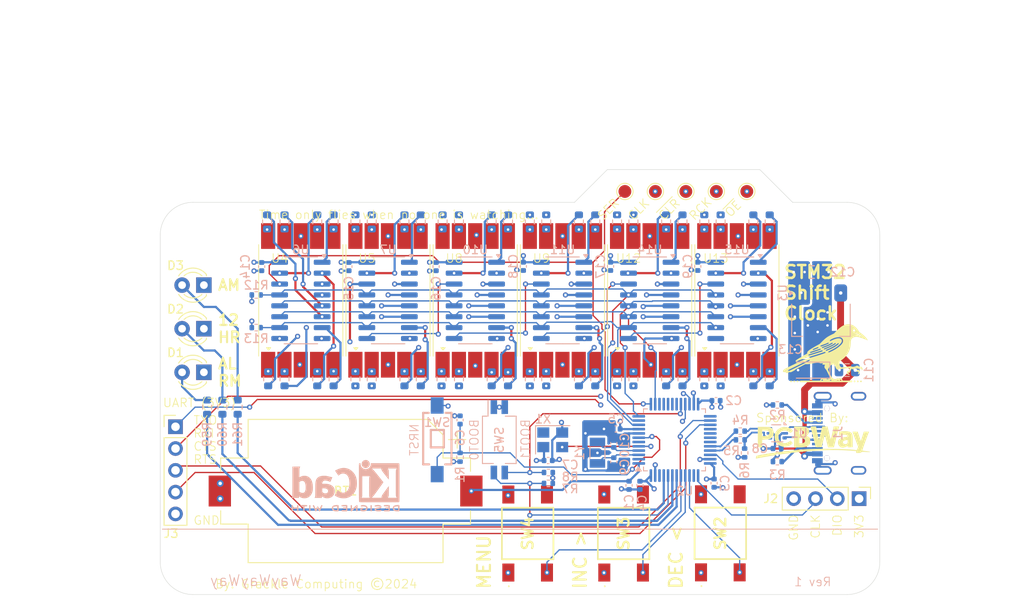
<source format=kicad_pcb>
(kicad_pcb (version 20240108) (generator "pcbnew") (generator_version "8.0")
  (title_block (title "STM32 Shift Clock") (date "2024-06-22") (rev "1") (company "Grackle Computing") (comment 1 "Sponsored By PCBWay"))
  (layers (0 "F.Cu" signal) (1 "In1.Cu" power) (2 "In2.Cu" power) (31 "B.Cu" signal) (34 "B.Paste" user) (35 "F.Paste" user) (36 "B.SilkS" user "B.Silkscreen") (37 "F.SilkS" user "F.Silkscreen") (38 "B.Mask" user) (39 "F.Mask" user) (44 "Edge.Cuts" user))
  (net 0 "")
  (net 1 "VCC")
  (net 2 "GND")
  (net 3 "VBUS")
  (net 4 "/NRST")
  (net 5 "/LED1r")
  (net 6 "/LED2r")
  (net 7 "/LED3r")
  (net 8 "/SWDIO")
  (net 9 "/SWCLK")
  (net 10 "/OSC32_OUT")
  (net 13 "/USB_D-")
  (net 14 "/CC2")
  (net 15 "/CC1")
  (net 17 "/USB_D+")
  (net 18 "/BOOT0")
  (net 19 "/BOOT1")
  (net 20 "/LED1")
  (net 21 "/LED2")
  (net 22 "/LED3")
  (net 23 "/MCU_D-")
  (net 24 "/MCU_D+")
  (net 25 "/Shift Display/~{OE}")
  (net 26 "/Shift Display/~{SRCLR}")
  (net 27 "/Shift Display/Q1A")
  (net 28 "/Shift Display/D1B")
  (net 29 "/Shift Display/D1P")
  (net 30 "/Shift Display/Q1B")
  (net 31 "/Shift Display/Q1C")
  (net 32 "/Shift Display/D1C")
  (net 33 "/Shift Display/Q1D")
  (net 34 "/Shift Display/D1A")
  (net 35 "/Shift Display/Q1E")
  (net 36 "/Shift Display/D1F")
  (net 37 "/Shift Display/Q1F")
  (net 38 "/Shift Display/D1D")
  (net 39 "/Shift Display/Q1G")
  (net 40 "/Shift Display/D1G")
  (net 41 "/Shift Display/Q1H")
  (net 42 "/Shift Display/D1E")
  (net 43 "/Shift Display/Q3A")
  (net 44 "/Shift Display/D3B")
  (net 45 "/Shift Display/D3P")
  (net 46 "/Shift Display/Q3B")
  (net 47 "/Shift Display/Q3C")
  (net 48 "/Shift Display/D3C")
  (net 49 "/Shift Display/Q3D")
  (net 50 "/Shift Display/D3A")
  (net 51 "/Shift Display/D3F")
  (net 52 "/Shift Display/Q3E")
  (net 53 "/Shift Display/D3D")
  (net 54 "/Shift Display/Q3F")
  (net 55 "/Shift Display/D3G")
  (net 56 "/Shift Display/Q3G")
  (net 57 "/Shift Display/D3E")
  (net 58 "/Shift Display/Q3H")
  (net 59 "/Shift Display/Q5A")
  (net 60 "/Shift Display/D5B")
  (net 61 "/Shift Display/D5P")
  (net 62 "/Shift Display/Q5B")
  (net 63 "/Shift Display/D5C")
  (net 64 "/Shift Display/Q5C")
  (net 65 "/Shift Display/D5A")
  (net 66 "/Shift Display/Q5D")
  (net 67 "/Shift Display/D5F")
  (net 68 "/Shift Display/Q5E")
  (net 69 "/Shift Display/D5D")
  (net 70 "/Shift Display/Q5F")
  (net 71 "/Shift Display/D5G")
  (net 72 "/Shift Display/Q5G")
  (net 73 "/Shift Display/D5E")
  (net 74 "/Shift Display/Q5H")
  (net 75 "/Shift Display/D2B")
  (net 76 "/Shift Display/Q2A")
  (net 77 "/Shift Display/D2P")
  (net 78 "/Shift Display/Q2B")
  (net 79 "/Shift Display/D2C")
  (net 80 "/Shift Display/Q2C")
  (net 81 "/Shift Display/Q2D")
  (net 82 "/Shift Display/D2A")
  (net 83 "/Shift Display/Q2E")
  (net 84 "/Shift Display/D2F")
  (net 85 "/Shift Display/Q2F")
  (net 86 "/Shift Display/D2D")
  (net 87 "/Shift Display/D2G")
  (net 88 "/Shift Display/Q2G")
  (net 89 "/Shift Display/D2E")
  (net 90 "/Shift Display/Q2H")
  (net 91 "/Shift Display/Q4A")
  (net 92 "/Shift Display/D4B")
  (net 93 "/Shift Display/D4P")
  (net 94 "/Shift Display/Q4B")
  (net 95 "/Shift Display/D4C")
  (net 96 "/Shift Display/Q4C")
  (net 97 "/Shift Display/Q4D")
  (net 98 "/Shift Display/D4A")
  (net 99 "/Shift Display/Q4E")
  (net 100 "/Shift Display/D4F")
  (net 101 "/Shift Display/D4D")
  (net 102 "/Shift Display/Q4F")
  (net 103 "/Shift Display/D4G")
  (net 104 "/Shift Display/Q4G")
  (net 105 "/Shift Display/Q4H")
  (net 106 "/Shift Display/D4E")
  (net 107 "/Shift Display/Q6A")
  (net 108 "/Shift Display/D6B")
  (net 109 "/Shift Display/Q6B")
  (net 110 "/Shift Display/D6P")
  (net 111 "/Shift Display/Q6C")
  (net 112 "/Shift Display/D6C")
  (net 113 "/Shift Display/D6A")
  (net 114 "/Shift Display/Q6D")
  (net 115 "/Shift Display/Q6E")
  (net 116 "/Shift Display/D6F")
  (net 117 "/Shift Display/Q6F")
  (net 118 "/Shift Display/D6D")
  (net 119 "/Shift Display/Q6G")
  (net 120 "/Shift Display/D6G")
  (net 121 "/Shift Display/Q6H")
  (net 122 "/Shift Display/D6E")
  (net 123 "/Shift Display/SER")
  (net 124 "/Shift Display/SRCLK")
  (net 125 "/Shift Display/RCLK")
  (net 133 "/OSC_IN")
  (net 134 "/OSC32_IN")
  (net 138 "/Shift Display/SER1")
  (net 139 "/Shift Display/SER3")
  (net 140 "/Shift Display/SER2")
  (net 141 "/Shift Display/SER4")
  (net 142 "/Shift Display/SER5")
  (net 144 "/ESD_D-")
  (net 147 "/BTN1")
  (net 148 "/BTN2")
  (net 149 "/BTN3")
  (net 151 "VBAT")
  (net 152 "/ESD_D+")
  (net 154 "/RX3")
  (net 155 "/TX3")
  (net 156 "/CTS3")
  (net 157 "/RTS3")
  (footprint "Mouser:VDMx10x0" (layer "F.Cu") (at 149.72 68.58)
    (property "Reference" "U5")
    (property "Value" "VDMY10C0")
  )
  (footprint "TestPoint:TestPoint_Pad_D1.5mm" (layer "F.Cu") (at 191.516 55.88 90)
    (property "Reference" "TP5" (hide yes))
    (property "Value" "TestPoint")
  )
  (footprint "Mouser:VDMx10x0" (layer "F.Cu") (at 159.88 68.58)
    (property "Reference" "U8")
    (property "Value" "VDMY10C0")
  )
  (footprint "MountingHole:MountingHole_3.2mm_M3_ISO7380" (layer "F.Cu") (at 127 60.96)
    (property "Reference" "H1" (hide yes))
    (property "Value" "M3")
  )
  (footprint "Connector_PinHeader_2.54mm:PinHeader_1x04_P2.54mm_Vertical" (layer "F.Cu") (at 204.597 91.694 -90)
    (property "Reference" "J2")
    (property "Value" "HDR_SWD")
  )
  (footprint "TestPoint:TestPoint_Pad_D1.5mm" (layer "F.Cu") (at 184.416 55.88 90)
    (property "Reference" "TP3" (hide yes))
    (property "Value" "TestPoint")
  )
  (footprint "Mouser:TS046643BK160SMT" (layer "F.Cu") (at 177.165 95.758 90)
    (property "Reference" "SW3")
    (property "Value" "SW_PUSH" (hide yes))
  )
  (footprint "Mouser:VDMx10x0" (layer "F.Cu") (at 190.36 68.58)
    (property "Reference" "U13")
    (property "Value" "VDMY10C0")
  )
  (footprint "CustomSymbols:PCBWayLogo15x4mm" (layer "F.Cu") (at 200.025 84.963)
    (property "Reference" "G***" (hide yes))
    (property "Value" "LOGO" (hide yes))
  )
  (footprint "MountingHole:MountingHole_3.2mm_M3_ISO7380" (layer "F.Cu") (at 203.2 99.06)
    (property "Reference" "H4" (hide yes))
    (property "Value" "M3")
  )
  (footprint "TestPoint:TestPoint_Pad_D1.5mm" (layer "F.Cu") (at 177.316 55.88 90)
    (property "Reference" "TP1" (hide yes))
    (property "Value" "TestPoint")
  )
  (footprint "MountingHole:MountingHole_3.2mm_M3_ISO7380" (layer "F.Cu") (at 127 99.06)
    (property "Reference" "H3" (hide yes))
    (property "Value" "M3")
  )
  (footprint "TestPoint:TestPoint_Pad_D1.5mm" (layer "F.Cu") (at 187.966 55.88 90)
    (property "Reference" "TP4" (hide yes))
    (property "Value" "TestPoint")
  )
  (footprint "MountingHole:MountingHole_3.2mm_M3_ISO7380" (layer "F.Cu") (at 203.2 60.96)
    (property "Reference" "H2" (hide yes))
    (property "Value" "M3")
  )
  (footprint "Mouser:TS046643BK160SMT" (layer "F.Cu") (at 165.989 95.758 90)
    (property "Reference" "SW4")
    (property "Value" "SW_PUSH" (hide yes))
  )
  (footprint "Connector_PinHeader_2.54mm:PinHeader_1x05_P2.54mm_Vertical" (layer "F.Cu") (at 124.968 83.312)
    (property "Reference" "J3")
    (property "Value" "HDR_UART")
  )
  (footprint "Mouser:VDMx10x0" (layer "F.Cu") (at 170.04 68.58)
    (property "Reference" "U9")
    (property "Value" "VDMY10C0")
  )
  (footprint "CustomSymbols:GrackleLogo12mm" (layer "F.Cu") (at 200.914 74.676)
    (property "Reference" "G***" (hide yes))
    (property "Value" "LOGO" (hide yes))
  )
  (footprint "LED_THT:LED_D3.0mm" (layer "F.Cu") (at 128.275 66.802 180)
    (property "Reference" "D3")
    (property "Value" "LED_YLW")
  )
  (footprint "Mouser:VDMx10x0" (layer "F.Cu") (at 180.2 68.58)
    (property "Reference" "U12")
    (property "Value" "VDMY10C0")
  )
  (footprint "Battery:BatteryHolder_Keystone_1060_1x2032" (layer "F.Cu") (at 144.78 90.805 180)
    (property "Reference" "BT1")
    (property "Value" "1060TR")
  )
  (footprint "Mouser:VDMx10x0" (layer "F.Cu") (at 139.56 68.58)
    (property "Reference" "U4")
    (property "Value" "VDMY10C0")
  )
  (footprint "LED_THT:LED_D3.0mm" (layer "F.Cu") (at 128.275 76.962 180)
    (property "Reference" "D1")
    (property "Value" "LED_YLW")
  )
  (footprint "Mouser:TS046643BK160SMT" (layer "F.Cu") (at 188.432 95.736 90)
    (property "Reference" "SW2")
    (property "Value" "SW_PUSH" (hide yes))
  )
  (footprint "TestPoint:TestPoint_Pad_D1.5mm" (layer "F.Cu") (at 180.866 55.88 90)
    (property "Reference" "TP2" (hide yes))
    (property "Value" "TestPoint")
  )
  (footprint "LED_THT:LED_D3.0mm" (layer "F.Cu") (at 128.275 71.882 180)
    (property "Reference" "D2")
    (property "Value" "LED_YLW")
  )
  (footprint "Resistor_SMD:R_0603_1608Metric" (layer "B.Cu") (at 128.651 81.026 -90)
    (property "Reference" "R59")
    (property "Value" "220R")
  )
  (footprint "Capacitor_SMD:C_0402_1005Metric" (layer "B.Cu") (at 175.641 64.615 -90)
    (property "Reference" "C17")
    (property "Value" "100n")
  )
  (footprint "Capacitor_SMD:C_0402_1005Metric" (layer "B.Cu") (at 145.161 64.643 -90)
    (property "Reference" "C15")
    (property "Value" "100n")
  )
  (footprint "Resistor_SMD:R_0603_1608Metric" (layer "B.Cu") (at 143.383 77.724 90)
    (property "Reference" "R18" (hide yes))
    (property "Value" "220R")
  )
  (footprint "Resistor_SMD:R_0603_1608Metric" (layer "B.Cu") (at 171.958 77.724 90)
    (property "Reference" "R37" (hide yes))
    (property "Value" "220R")
  )
  (footprint "Resistor_SMD:R_0603_1608Metric" (layer "B.Cu") (at 151.638 59.436 -90)
    (property "Reference" "R19" (hide yes))
    (property "Value" "220R")
  )
  (footprint "Resistor_SMD:R_0402_1005Metric" (layer "B.Cu") (at 195.072 80.772)
    (property "Reference" "R2")
    (property "Value" "5k1")
  )
  (footprint "Resistor_SMD:R_0603_1608Metric" (layer "B.Cu") (at 151.638 77.724 90)
    (property "Reference" "R21" (hide yes))
    (property "Value" "220R")
  )
  (footprint "Crystal:Crystal_SMD_3215-2Pin_3.2x1.5mm" (layer "B.Cu") (at 174.117 86.3346 90)
    (property "Reference" "Y1")
    (property "Value" "Q13FC13500002")
  )
  (footprint "Resistor_SMD:R_0603_1608Metric" (layer "B.Cu") (at 182.118 59.436 -90)
    (property "Reference" "R43" (hide yes))
    (property "Value" "220R")
  )
  (footprint "Capacitor_SMD:C_0402_1005Metric" (layer "B.Cu") (at 176.022 87.404 90)
    (property "Reference" "C9")
    (property "Value" "6p")
  )
  (footprint "Resistor_SMD:R_0603_1608Metric" (layer "B.Cu") (at 141.478 77.724 90)
    (property "Reference" "R11" (hide yes))
    (property "Value" "220R")
  )
  (footprint "Capacitor_SMD:C_0402_1005Metric" (layer "B.Cu") (at 155.321 64.643 -90)
    (property "Reference" "C16")
    (property "Value" "100n")
  )
  (footprint "Resistor_SMD:R_0603_1608Metric" (layer "B.Cu") (at 157.988 59.436 -90)
    (property "Reference" "R32" (hide yes))
    (property "Value" "220R")
  )
  (footprint "Resistor_SMD:R_0603_1608Metric" (layer "B.Cu") (at 188.468 59.436 -90)
    (property "Reference" "R56" (hide yes))
    (property "Value" "220R")
  )
  (footprint "Resistor_SMD:R_0603_1608Metric" (layer "B.Cu") (at 166.243 59.436 -90)
    (property "Reference" "R41" (hide yes))
    (property "Value" "220R")
  )
  (footprint "Package_SO:SOIC-16_3.9x9.9mm_P1.27mm" (layer "B.Cu") (at 159.893 68.58 180)
    (property "Reference" "U10")
    (property "Value" "74HC595")
  )
  (footprint "Capacitor_SMD:C_0805_2012Metric" (layer "B.Cu") (at 199.136 65.278 180)
    (property "Reference" "C12")
    (property "Value" "100n")
  )
  (footprint "Resistor_SMD:R_0603_1608Metric" (layer "B.Cu") (at 173.863 77.724 90)
    (property "Reference" "R42" (hide yes))
    (property "Value" "220R")
  )
  (footprint "Package_SO:SOIC-16_3.9x9.9mm_P1.27mm" (layer "B.Cu") (at 170.053 68.58 180)
    (property "Reference" "U11")
    (property "Value" "74HC595")
  )
  (footprint "Symbol:KiCad-Logo2_5mm_SilkScreen" (layer "B.Cu") (at 144.78 90.17 180)
    (property "Reference" "REF**" (hide yes))
    (property "Value" "KiCad-Logo2_5mm_SilkScreen" (hide yes))
  )
  (footprint "Resistor_SMD:R_0603_1608Metric" (layer "B.Cu") (at 157.988 77.724 90)
    (property "Reference" "R30" (hide yes))
    (property "Value" "220R")
  )
  (footprint "Crystal:Crystal_SMD_3225-4Pin_3.2x2.5mm" (layer "B.Cu") (at 168.91 84.836)
    (property "Reference" "X1")
    (property "Value" "OT32258MJBA4SL")
  )
  (footprint "Resistor_SMD:R_0603_1608Metric" (layer "B.Cu") (at 130.429 81.026 -90)
    (property "Reference" "R60")
    (property "Value" "220R")
  )
  (footprint "Resistor_SMD:R_0603_1608Metric" (layer "B.Cu") (at 176.403 77.724 90)
    (property "Reference" "R47" (hide yes))
    (property "Value" "220R")
  )
  (footprint "Capacitor_SMD:C_0402_1005Metric" (layer "B.Cu") (at 176.022 85.245 -90)
    (property "Reference" "C10")
    (property "Value" "6p")
  )
  (footprint "Capacitor_SMD:C_0402_1005Metric" (layer "B.Cu") (at 195.044 85.852)
    (property "Reference" "C8")
    (property "Value" "100n")
  )
  (footprint "Package_QFP:LQFP-48_7x7mm_P0.5mm" (layer "B.Cu") (at 183.0925 84.84)
    (property "Reference" "U2")
    (property "Value" "STM32F103C8T6")
  )
  (footprint "Resistor_SMD:R_0603_1608Metric" (layer "B.Cu") (at 171.958 59.436 -90)
    (property "Reference" "R35" (hide yes))
    (property "Value" "220R")
  )
  (footprint "Resistor_SMD:R_0603_1608Metric" (layer "B.Cu") (at 135.763 77.724 90)
    (property "Reference" "R15" (hide yes))
    (property "Value" "220R")
  )
  (footprint "Resistor_SMD:R_0402_1005Metric" (layer "B.Cu") (at 134.366 71.755)
    (property "Reference" "R13")
    (property "Value" "10k")
  )
  (footprint "Resistor_SMD:R_0603_1608Metric" (layer "B.Cu") (at 145.923 77.724 90)
    (property "Reference" "R23" (hide yes))
    (property "Value" "220R")
  )
  (footprint "Resistor_SMD:R_0603_1608Metric" (layer "B.Cu") (at 161.798 77.724 90)
    (property "Reference" "R29" (hide yes))
    (property "Value" "220R")
  )
  (footprint "Resistor_SMD:R_0603_1608Metric" (layer "B.Cu") (at 163.703 77.724 90)
    (property "Reference" "R34" (hide yes))
    (property "Value" "220R")
  )
  (footprint "Resistor_SMD:R_0603_1608Metric" (layer "B.Cu") (at 168.148 59.436 -90)
    (property "Reference" "R40" (hide yes))
    (property "Value" "220R")
  )
  (footprint "Resistor_SMD:R_0603_1608Metric" (layer "B.Cu") (at 156.083 59.436 -90)
    (property "Reference" "R33" (hide yes))
    (property "Value" "220R")
  )
  (footprint "Resistor_SMD:R_0603_1608Metric" (layer "B.Cu") (at 153.543 77.724 90)
    (property "Reference" "R26" (hide yes))
    (property "Value" "220R")
  )
  (footprint "Resistor_SMD:R_0603_1608Metric" (layer "B.Cu") (at 186.563 77.724 90)
    (property "Reference" "R55" (hide yes))
    (property "Value" "220R")
  )
  (footprint "Resistor_SMD:R_0603_1608Metric" (layer "B.Cu") (at 143.383 59.436 -90)
    (property "Reference" "R10" (hide yes))
    (property "Value" "220R")
  )
  (footprint "Capacitor_SMD:C_0402_1005Metric" (layer "B.Cu") (at 179.07 90.142 -90)
    (property "Reference" "C4")
    (property "Value" "100n")
  )
  (footprint "Resistor_SMD:R_0402_1005Metric" (layer "B.Cu") (at 168.402 88.646 180)
    (property "Reference" "R8")
    (property "Value" "10k")
  )
  (footprint "Capacitor_SMD:C_0402_1005Metric" (layer "B.Cu") (at 158.115 82.522 -90)
    (property "Reference" "C6")
    (property "Value" "100n")
  )
  (footprint "Resistor_SMD:R_0402_1005Metric" (layer "B.Cu") (at 195.072 87.376)
    (property "Reference" "R3")
    (property "Value" "5k1")
  )
  (footprint "Resistor_SMD:R_0402_1005Metric" (layer "B.Cu") (at 168.402 89.916 180)
    (property "Reference" "R7")
    (property "Value" "10k")
  )
  (footprint "Package_TO_SOT_SMD:SOT-666" (layer "B.Cu") (at 195.072 84.074 180)
    (property "Reference" "U1")
    (property "Value" "USBLC6-2P6")
  )
  (footprint "Resistor_SMD:R_0402_1005Metric" (layer "B.Cu") (at 134.366 67.945)
    (property "Reference" "R12")
    (property "Value" "10k")
  )
  (footprint "Package_SO:SOIC-16_3.9x9.9mm_P1.27mm" (layer "B.Cu") (at 180.213 68.58 180)
    (property "Reference" "U14")
    (property "Value" "74HC595")
  )
  (footprint "Resistor_SMD:R_0402_1005Metric" (layer "B.Cu") (at 190.754 83.82)
    (property "Reference" "R4")
    (property "Value" "0R")
  )
  (footprint "Resistor_SMD:R_0603_1608Metric" (layer "B.Cu") (at 178.308 59.436 -90)
    (property "Reference" "R48" (hide yes))
    (property "Value" "220R")
  )
  (footprint "Resistor_SMD:R_0603_1608Metric" (layer "B.Cu") (at 145.923 59.436 -90)
    (property "Reference" "R25" (hide yes))
    (property "Value" "220R")
  )
  (footprint "Capacitor_SMD:C_0402_1005Metric" (layer "B.Cu") (at 135.001 64.643 -90)
    (property "Reference" "C14")
    (property "Value" "100n")
  )
  (footprint "Resistor_SMD:R_0603_1608Metric" (layer "B.Cu") (at 168.148 77.724 90)
    (property "Reference" "R38" (hide yes))
    (property "Value" "220R")
  )
  (footprint "Resistor_SMD:R_0603_1608Metric" (layer "B.Cu") (at 141.478 59.436 -90)
    (property "Reference" "R9" (hide yes))
    (property "Value" "220R")
  )
  (footprint "Capacitor_Tantalum_SMD:CP_EIA-3216-18_Kemet-A" (layer "B.Cu") (at 198.882 76.708 180)
    (property "Reference" "C13")
    (property "Value" "10u")
  )
  (footprint "Resistor_SMD:R_0603_1608Metric" (layer "B.Cu") (at 166.243 77.724 90)
    (property "Reference" "R39" (hide yes))
    (property "Value" "220R")
  )
  (footprint "easyeda2kicad:USB-C-SMD_G-SWITCH_GT-USB-7010ASV" (layer "B.Cu") (at 202.1325 84.074 -90)
    (property "Reference" "J1")
    (property "Value" "GT-USB-7010ASV")
  )
  (footprint "Resistor_SMD:R_0603_1608Metric" (layer "B.Cu") (at 137.668 77.724 90)
    (property "Reference" "R14" (hide yes))
    (property "Value" "220R")
  )
  (footprint "Resistor_SMD:R_0402_1005Metric" (layer "B.Cu") (at 191.262 86.362 90)
    (property "Reference" "R6")
    (property "Value" "1k5")
  )
  (footprint "Capacitor_SMD:C_0402_1005Metric" (layer "B.Cu") (at 176.276 83.566 180)
    (property "Reference" "C5")
    (property "Value" "100n")
  )
  (footprint "Resistor_SMD:R_0603_1608Metric" (layer "B.Cu") (at 186.563 59.436 -90)
    (property "Reference" "R57" (hide yes))
    (property "Value" "220R")
  )
  (footprint "Resistor_SMD:R_0603_1608Metric" (layer "B.Cu") (at 153.543 59.436 -90)
    (property "Reference" "R20" (hide yes))
    (property "Value" "220R")
  )
  (footprint "Capacitor_SMD:C_0402_1005Metric" (layer "B.Cu") (at 185.801 64.615 -90)
    (property "Reference" "C19")
    (property "Value" "100n")
  )
  (footprint "Button_Switch_SMD:SW_DIP_SPSTx02_Slide_Copal_CHS-02B_W7.62mm_P1.27mm" (layer "B.Cu") (at 162.687 84.836 -90)
    (property "Reference" "SW5")
    (property "Value" "218-2LPSTR")
  )
  (footprint "Resistor_SMD:R_0603_1608Metric" (layer "B.Cu") (at 192.278 59.436 -90)
    (property "Reference" "R51" (hide yes))
    (property "Value" "220R")
  )
  (footprint "Resistor_SMD:R_0603_1608Metric" (layer "B.Cu") (at 161.798 59.436 -90)
    (property "Reference" "R27" (hide yes))
    (property "Value" "220R")
  )
  (footprint "Capacitor_SMD:C_0402_1005Metric" (layer "B.Cu") (at 168.374 87.249)
    (property "Reference" "C7")
    (property "Value" "100n")
  )
  (footprint "Resistor_SMD:R_0402_1005Metric" (layer "B.Cu") (at 190.754 84.836)
    (property "Reference" "R5")
    (property "Value" "0R")
  )
  (footprint "Resistor_SMD:R_0603_1608Metric" (layer "B.Cu") (at 194.183 59.436 -90)
    (property "Reference" "R52" (hide yes))
    (property "Value" "220R")
  )
  (footprint "Resistor_SMD:R_0603_1608Metric" (layer "B.Cu") (at 192.278 77.724 90)
    (property "Reference" "R53" (hide yes))
    (property "Value" "220R")
  )
  (footprint "Resistor_SMD:R_0603_1608Metric" (layer "B.Cu") (at 173.863 59.436 -90)
    (property "Reference" "R36" (hide yes))
    (property "Value" "220R")
  )
  (footprint "Package_TO_SOT_SMD:SOT-223-3_TabPin2" (layer "B.Cu") (at 200.152 70.866 -90)
    (property "Reference" "U3")
    (property "Value" "AMS1117-3.3")
  )
  (footprint "Resistor_SMD:R_0603_1608Metric" (layer "B.Cu") (at 147.828 77.724 90)
    (property "Reference" "R22" (hide yes))
    (property "Value" "220R")
  )
  (footprint "Capacitor_SMD:C_0402_1005Metric" (layer "B.Cu") (at 177.8 90.142 -90)
    (property "Reference" "C1")
    (property "Value" "100n")
  )
  (footprint "Resistor_SMD:R_0603_1608Metric" (layer "B.Cu") (at 188.468 77.724 90)
    (property "Reference" "R54" (hide yes))
    (property "Value" "220R")
  )
  (footprint "Resistor_SMD:R_0603_1608Metric" (layer "B.Cu") (at 147.828 59.436 -90)
    (property "Reference" "R24" (hide yes))
    (property "Value" "220R")
  )
  (footprint "Resistor_SMD:R_0603_1608Metric" (layer "B.Cu") (at 178.308 77.724 90)
    (property "Reference" "R46" (hide yes))
    (property "Value" "220R")
  )
  (footprint "Capacitor_SMD:C_0402_1005Metric" (layer "B.Cu") (at 187.932 80.264)
    (property "Reference" "C2")
    (property "Value" "100n")
  )
  (footprint "Capacitor_SMD:C_0402_1005Metric" (layer "B.Cu") (at 165.481 64.615 -90)
    (property "Reference" "C18")
    (property "Value" "100n")
  )
  (footprint "Resistor_SMD:R_0603_1608Metric" (layer "B.Cu") (at 155.956 77.724 90)
    (property "Reference" "R31" (hide yes))
    (property "Value" "220R")
  )
  (footprint "Package_SO:SOIC-16_3.9x9.9mm_P1.27mm" (layer "B.Cu") (at 190.373 68.58 180)
    (property "Reference" "U15")
    (property "Value" "74HC595")
  )
  (footprint "Resistor_SMD:R_0603_1608Metric" (layer "B.Cu") (at 132.207 81.026 -90)
    (property "Reference" "R61")
    (property "Value" "220R")
  )
  (footprint "Resistor_SMD:R_0603_1608Metric" (layer "B.Cu") (at 184.023 59.436 -90)
    (property "Reference" "R44" (hide yes))
    (property "Value" "220R")
  )
  (footprint "Resistor_SMD:R_0402_1005Metric" (layer "B.Cu") (at 158.115 86.868 -90)
    (property "Reference" "R1")
    (property "Value" "10k")
  )
  (footprint "Resistor_SMD:R_0603_1608Metric" (layer "B.Cu") (at 135.636 59.436 -90)
    (property "Reference" "R17" (hide yes))
    (property "Value" "220R")
  )
  (footprint "Resistor_SMD:R_0603_1608Metric" (layer "B.Cu") (at 163.703 59.436 -90)
    (property "Reference" "R28" (hide yes))
    (property "Value" "220R")
  )
  (footprint "Resistor_SMD:R_0603_1608Metric" (layer "B.Cu") (at 184.023 77.724 90)
    (property "Reference" "R50" (hide yes))
    (property "Value" "220R")
  )
  (footprint "Resistor_SMD:R_0603_1608Metric" (layer "B.Cu") (at 137.668 59.436 -90)
    (property "Reference" "R16" (hide yes))
    (property "Value" "220R")
  )
  (footprint "easyeda2kicad:SW-SMD_L6.0-W3.3-LS8.0" (layer "B.Cu") (at 155.448 84.836 -90)
    (property "Reference" "SW1")
    (property "Value" "TS-1101-C-W")
  )
  (footprint "Package_SO:SOIC-16_3.9x9.9mm_P1.27mm" (layer "B.Cu") (at 149.733 68.58 180)
    (property "Reference" "U7")
    (property "Value" "74HC595")
  )
  (footprint "Capacitor_SMD:C_0402_1005Metric" (layer "B.Cu") (at 187.706 89.888 -90)
    (property "Reference" "C3")
    (property "Value" "100n")
  )
  (footprint "Resistor_SMD:R_0603_1608Metric" (layer "B.Cu") (at 182.118 77.724 90)
    (property "Reference" "R45" (hide yes))
    (property "Value" "220R")
  )
  (footprint "Capacitor_SMD:C_0805_2012Metric" (layer "B.Cu") (at 203.2 76.708 180)
    (property "Reference" "C11")
    (property "Value" "100n")
  )
  (footprint "Resistor_SMD:R_0603_1608Metric" (layer "B.Cu") (at 176.403 59.436 -90)
    (property "Reference" "R49" (hide yes))
    (property "Value" "220R")
  )
  (footprint "Package_SO:SOIC-16_3.9x9.9mm_P1.27mm" (layer "B.Cu") (at 139.573 68.58 180)
    (property "Reference" "U6")
    (property "Value" "74HC595")
  )
  (footprint "Resistor_SMD:R_0603_1608Metric" (layer "B.Cu") (at 194.183 77.724 90)
    (property "Reference" "R58" (hide yes))
    (property "Value" "220R")
  )
  (gr_line (start 206.756 95.25) (end 123.444 95.25) (stroke (width 0.1)) (layer "B.SilkS"))
  (gr_line (start 207.01 60.96) (end 207.01 99.06) (stroke (width 0.05)) (layer "Edge.Cuts"))
  (gr_line (start 123.19 99.06) (end 123.19 60.96) (stroke (width 0.05)) (layer "Edge.Cuts"))
  (gr_arc (start 123.19 60.96) (mid 124.305923 58.265923) (end 127 57.15) (stroke (width 0.05)) (layer "Edge.Cuts"))
  (gr_line (start 127 57.15) (end 171.45 57.15) (stroke (width 0.05)) (layer "Edge.Cuts"))
  (gr_arc (start 207.01 99.06) (mid 205.894077 101.754077) (end 203.2 102.87) (stroke (width 0.05)) (layer "Edge.Cuts"))
  (gr_line (start 203.2 102.87) (end 127 102.87) (stroke (width 0.05)) (layer "Edge.Cuts"))
  (gr_line (start 175.26 53.34) (end 193.04 53.34) (stroke (width 0.05)) (layer "Edge.Cuts"))
  (gr_arc (start 203.2 57.15) (mid 205.894077 58.265923) (end 207.01 60.96) (stroke (width 0.05)) (layer "Edge.Cuts"))
  (gr_line (start 193.04 53.34) (end 196.85 57.15) (stroke (width 0.05)) (layer "Edge.Cuts"))
  (gr_line (start 171.45 57.15) (end 175.26 53.34) (stroke (width 0.05)) (layer "Edge.Cuts"))
  (gr_line (start 196.85 57.15) (end 203.2 57.15) (stroke (width 0.05)) (layer "Edge.Cuts"))
  (gr_arc (start 127 102.87) (mid 124.305923 101.754077) (end 123.19 99.06) (stroke (width 0.05)) (layer "Edge.Cuts"))
  (gr_text "WayWayWay" (at 128.905 101.981 0) (layer "B.SilkS") (effects (font (size 1.27 1.27) (thickness 0.1)) (justify right bottom mirror)))
  (gr_text "NRST" (at 152.781 84.836 90) (layer "B.SilkS") (effects (font (size 1 1) (thickness 0.1)) (justify mirror)))
  (gr_text "Rev 1" (at 201.422 101.981 0) (layer "B.SilkS") (effects (font (size 1 1) (thickness 0.1)) (justify left bottom mirror)))
  (gr_text "BOOT0" (at 159.766 84.836 90) (layer "B.SilkS") (effects (font (size 1 1) (thickness 0.1)) (justify mirror)))
  (gr_text "BOOT1" (at 165.735 84.836 90) (layer "B.SilkS") (effects (font (size 1 1) (thickness 0.1)) (justify mirror)))
  (gr_text "UART (3V3)" (at 127.762 80.518 0) (layer "F.SilkS") (effects (font (size 1 1) (thickness 0.1))))
  (gr_text "SER" (at 174.752 59.436 45) (layer "F.SilkS") (effects (font (size 1 1) (thickness 0.1)) (justify left bottom)))
  (gr_text "DIO" (at 202.057 93.472 90) (layer "F.SilkS") (effects (font (size 1 1) (thickness 0.1)) (justify right)))
  (gr_text "CLK" (at 178.308 59.436 45) (layer "F.SilkS") (effects (font (size 1 1) (thickness 0.1)) (justify left bottom)))
  (gr_text "~{OE}" (at 189.611 59.055 45) (layer "F.SilkS") (effects (font (size 1 1) (thickness 0.1)) (justify left bottom)))
  (gr_text "AM" (at 129.794 66.802 0) (layer "F.SilkS") (effects (font (size 1.25 1.25) (thickness 0.25) (bold yes)) (justify left)))
  (gr_text "Sponsored By:" (at 192.532 82.862077 0) (layer "F.SilkS") (effects (font (size 1 1) (thickness 0.1)) (justify left bottom)))
  (gr_text "RTS" (at 127 87.122 0) (layer "F.SilkS") (effects (font (size 1 1) (thickness 0.1)) (justify left)))
  (gr_text "RCK" (at 185.42 59.436 45) (layer "F.SilkS") (effects (font (size 1 1) (thickness 0.1)) (justify left bottom)))
  (gr_text "MENU" (at 160.909 102.362 90) (layer "F.SilkS") (effects (font (size 1.5 1.5) (thickness 0.25) (bold yes)) (justify left)))
  (gr_text "AL\nRM" (at 129.794 76.962 0) (layer "F.SilkS") (effects (font (size 1.25 1.25) (thickness 0.25) (bold yes)) (justify left)))
  (gr_text "DEC <" (at 183.261 102.362 90) (layer "F.SilkS") (effects (font (size 1.5 1.5) (thickness 0.25) (bold yes)) (justify left)))
  (gr_text "CLK" (at 199.517 93.472 90) (layer "F.SilkS") (effects (font (size 1 1) (thickness 0.1)) (justify right)))
  (gr_text "By: Grackle Computing ©2024" (at 129.54 102.235 0) (layer "F.SilkS") (effects (font (size 1 1) (thickness 0.1)) (justify left bottom)))
  (gr_text "~{CLR}" (at 181.864 59.436 45) (layer "F.SilkS") (effects (font (size 1 1) (thickness 0.1)) (justify left bottom)))
  (gr_text "TXO" (at 127 82.55 0) (layer "F.SilkS") (effects (font (size 1 1) (thickness 0.1)) (justify left)))
  (gr_text "STM32\nShift\nClock" (at 195.707 67.691 0) (layer "F.SilkS") (effects (font (size 1.5 1.5) (thickness 0.3) (bold yes)) (justify left)))
  (gr_text "12\nHR" (at 129.794 71.882 0) (layer "F.SilkS") (effects (font (size 1.25 1.25) (thickness 0.25) (bold yes)) (justify left)))
  (gr_text "RXI" (at 127 84.074 0) (layer "F.SilkS") (effects (font (size 1 1) (thickness 0.1)) (justify left)))
  (gr_text "GND" (at 196.977 93.472 90) (layer "F.SilkS") (effects (font (size 1 1) (thickness 0.1)) (justify right)))
  (gr_text "GND" (at 127 94.234 0) (layer "F.SilkS") (effects (font (size 1 1) (thickness 0.1)) (justify left)))
  (gr_text "3V3" (at 204.597 93.472 90) (layer "F.SilkS") (effects (font (size 1 1) (thickness 0.1)) (justify right)))
  (gr_text "Time only flies when no one is watching..." (at 134.62 59.182 0) (layer "F.SilkS") (effects (font (size 1 1) (thickness 0.1)) (justify left bottom)))
  (gr_text "INC >" (at 172.085 102.362 90) (layer "F.SilkS") (effects (font (size 1.5 1.5) (thickness 0.25) (bold yes)) (justify left)))
  (gr_text "CTS" (at 127 85.598 0) (layer "F.SilkS") (effects (font (size 1 1) (thickness 0.1)) (justify left)))
  (via (at 200.914 69.977) (size 0.6) (drill 0.3) (layers "F.Cu" "B.Cu") (net 1))
  (via (at 134.112 64.135) (size 0.6) (drill 0.3) (layers "F.Cu" "B.Cu") (net 1))
  (via (at 185.801 63.373) (size 0.6) (drill 0.3) (layers "F.Cu" "B.Cu") (net 1))
  (via (at 199.771 70.739) (size 0.6) (drill 0.3) (layers "F.Cu" "B.Cu") (net 1))
  (via (at 133.858 70.993) (size 0.6) (drill 0.3) (layers "F.Cu" "B.Cu") (net 1))
  (via (at 187.452 81.026) (size 0.6) (drill 0.3) (layers "F.Cu" "B.Cu") (net 1))
  (via (at 175.641 63.373) (size 0.6) (drill 0.3) (layers "F.Cu" "B.Cu") (net 1))
  (via (at 200.914 71.501) (size 0.6) (drill 0.3) (layers "F.Cu" "B.Cu") (net 1))
  (via (at 154.559 64.135) (size 0.6) (drill 0.3) (layers "F.Cu" "B.Cu") (net 1))
  (via (at 186.817 89.408) (size 0.6) (drill 0.3) (layers "F.Cu" "B.Cu") (net 1))
  (via (at 157.353 87.376) (size 0.6) (drill 0.3) (layers "F.Cu" "B.Cu") (net 1))
  (via (at 199.771 72.263) (size 0.6) (drill 0.3) (layers "F.Cu" "B.Cu") (net 1))
  (via (at 133.858 68.707) (size 0.6) (drill 0.3) (layers "F.Cu" "B.Cu") (net 1))
  (via (at 176.784 82.677) (size 0.6) (drill 0.3) (layers "F.Cu" "B.Cu") (net 1))
  (via (at 198.628 71.501) (size 0.6) (drill 0.3) (layers "F.Cu" "B.Cu") (net 1))
  (via (at 167.005 87.249) (size 0.6) (drill 0.3) (layers "F.Cu" "B.Cu") (net 1))
  (via (at 165.481 63.373) (size 0.6) (drill 0.3) (layers "F.Cu" "B.Cu") (net 1))
  (via (at 198.628 69.977) (size 0.6) (drill 0.3) (layers "F.Cu" "B.Cu") (net 1))
  (via (at 180.721 90.551) (size 0.6) (drill 0.3) (layers "F.Cu" "B.Cu") (net 1))
  (via (at 144.272 64.135) (size 0.6) (drill 0.3) (layers "F.Cu" "B.Cu") (net 1))
  (via (at 162.687 81.026) (size 0.6) (drill 0.3) (layers "F.Cu" "B.Cu") (net 1))
  (via (at 201.041 65.278) (size 0.6) (drill 0.3) (layers "F.Cu" "B.Cu") (net 1))
  (via (at 190.5 86.868) (size 0.6) (drill 0.3) (layers "F.Cu" "B.Cu") (net 1))
  (segment (start 157.355 87.378) (end 157.353 87.376) (width 0.152) (layer "B.Cu") (net 1))
  (segment (start 165.481 64.135) (end 167.578 64.135) (width 0.254) (layer "B.Cu") (net 1))
  (segment (start 144.3 64.163) (end 144.272 64.135) (width 0.254) (layer "B.Cu") (net 1))
  (segment (start 179.07 89.662) (end 179.683 89.662) (width 0.254) (layer "B.Cu") (net 1))
  (segment (start 135.001 64.163) (end 134.14 64.163) (width 0.254) (layer "B.Cu") (net 1))
  (segment (start 158.115 87.378) (end 157.355 87.378) (width 0.152) (layer "B.Cu") (net 1))
  (segment (start 179.832 89.662) (end 180.721 90.551) (width 0.254) (layer "B.Cu") (net 1))
  (segment (start 167.894 87.249) (end 167.894 85.77) (width 0.254) (layer "B.Cu") (net 1))
  (segment (start 179.683 89.662) (end 180.3425 89.0025) (width 0.254) (layer "B.Cu") (net 1))
  (segment (start 134.14 64.163) (end 134.112 64.135) (width 0.254) (layer "B.Cu") (net 1))
  (segment (start 187.452 80.264) (end 186.256 80.264) (width 0.254) (layer "B.Cu") (net 1))
  (segment (start 133.856 70.995) (end 133.858 70.993) (width 0.152) (layer "B.Cu") (net 1))
  (segment (start 157.418 64.135) (end 155.349 64.135) (width 0.254) (layer "B.Cu") (net 1))
  (segment (start 176.756 83.566) (end 176.756 82.705) (width 0.254) (layer "B.Cu") (net 1))
  (segment (start 191.262 86.872) (end 190.504 86.872) (width 0.254) (layer "B.Cu") (net 1))
  (segment (start 155.321 64.163) (end 154.587 64.163) (width 0.254) (layer "B.Cu") (net 1))
  (segment (start 154.587 64.163) (end 154.559 64.135) (width 0.254) (layer "B.Cu") (net 1))
  (segment (start 185.801 64.135) (end 187.898 64.135) (width 0.254) (layer "B.Cu") (net 1))
  (segment (start 187.452 80.264) (end 187.452 81.026) (width 0.254) (layer "B.Cu") (net 1))
  (segment (start 133.856 68.705) (end 133.858 68.707) (width 0.152) (layer "B.Cu") (net 1))
  (segment (start 147.258 64.135) (end 145.189 64.135) (width 0.254) (layer "B.Cu") (net 1))
  (segment (start 137.098 64.135) (end 135.029 64.135) (width 0.254) (layer "B.Cu") (net 1))
  (segment (start 179.07 89.662) (end 179.832 89.662) (width 0.254) (layer "B.Cu") (net 1))
  (segment (start 187.706 89.408) (end 187.706 88.041) (width 0.254) (layer "B.Cu") (net 1))
  (segment (start 133.856 71.755) (end 133.856 70.995) (width 0.152) (layer "B.Cu") (net 1))
  (segment (start 187.706 89.408) (end 186.817 89.408) (width 0.254) (layer "B.Cu") (net 1))
  (segment (start 186.256 80.264) (end 185.8425 80.6775) (width 0.254) (layer "B.Cu") (net 1))
  (segment (start 165.481 64.135) (end 165.481 63.373) (width 0.254) (layer "B.Cu") (net 1))
  (segment (start 190.504 86.872) (end 190.5 86.868) (width 0.254) (layer "B.Cu") (net 1))
  (segment (start 163.322 81.026) (end 162.687 81.026) (width 0.152) (layer "B.Cu") (net 1))
  (segment (start 162.687 81.026) (end 162.052 81.026) (width 0.152) (layer "B.Cu") (net 1))
  (segment (start 175.641 64.135) (end 177.738 64.135) (width 0.254) (layer "B.Cu") (net 1))
  (segment (start 145.161 64.163) (end 144.3 64.163) (width 0.254) (layer "B.Cu") (net 1))
  (segment (start 185.801 64.135) (end 185.801 63.373) (width 0.254) (layer "B.Cu") (net 1))
  (segment (start 187.706 88.041) (end 187.255 87.59) (width 0.254) (layer "B.Cu") (net 1))
  (segment (start 175.641 64.135) (end 175.641 63.373) (width 0.254) (layer "B.Cu") (net 1))
  (segment (start 176.756 82.705) (end 176.784 82.677) (width 0.254) (layer "B.Cu") (net 1))
  (segment (start 176.78 83.59) (end 178.93 83.59) (width 0.254) (layer "B.Cu") (net 1))
  (segment (start 133.856 67.945) (end 133.856 68.705) (width 0.152) (layer "B.Cu") (net 1))
  (segment (start 167.894 87.249) (end 167.005 87.249) (width 0.254) (layer "B.Cu") (net 1))
  (via (at 170.053 61.087) (size 0.6) (drill 0.3) (layers "F.Cu" "B.Cu") (net 2))
  (via (at 190.5 61.087) (size 0.6) (drill 0.3) (layers "F.Cu" "B.Cu") (net 2))
  (via (at 149.733 61.087) (size 0.6) (drill 0.3) (layers "F.Cu" "B.Cu") (net 2))
  (via (at 134.112 65.151) (size 0.6) (drill 0.3) (layers "F.Cu" "B.Cu") (net 2))
  (via (at 177.165 87.884) (size 0.6) (drill 0.3) (layers "F.Cu" "B.Cu") (net 2))
  (via (at 201.803 80.645) (size 0.6) (drill 0.3) (layers "F.Cu" "B.Cu") (net 2))
  (via (at 174.879 91.186) (size 0.6) (drill 0.3) (layers "F.Cu" "B.Cu") (net 2))
  (via (at 156.718 80.899) (size 0.6) (drill 0.3) (layers "F.Cu" "B.Cu") (net 2))
  (via (at 197.104 72.39) (size 0.6) (drill 0.3) (layers "F.Cu" "B.Cu") (net 2))
  (via (at 174.879 65.024) (size 0.6) (drill 0.3) (layers "F.Cu" "B.Cu") (net 2))
  (via (at 159.893 76.2) (size 0.6) (drill 0.3) (layers "F.Cu" "B.Cu") (net 2))
  (via (at 197.104 70.485) (size 0.6) (drill 0.3) (layers "F.Cu" "B.Cu") (net 2))
  (via (at 185.039 65.024) (size 0.6) (drill 0.3) (layers "F.Cu" "B.Cu") (net 2))
  (via (at 180.34 76.073) (size 0.6) (drill 0.3) (layers "F.Cu" "B.Cu") (net 2))
  (via (at 180.213 61.087) (size 0.6) (drill 0.3) (layers "F.Cu" "B.Cu") (net 2))
  (via (at 162.433 73.025) (size 0.6) (drill 0.3) (layers "F.Cu" "B.Cu") (net 2))
  (via (at 130.175 89.916) (size 0.8) (drill 0.4) (layers "F.Cu" "B.Cu") (net 2))
  (via (at 176.911 90.551) (size 0.6) (drill 0.3) (layers "F.Cu" "B.Cu") (net 2))
  (via (at 182.753 73.025) (size 0.6) (drill 0.3) (layers "F.Cu" "B.Cu") (net 2))
  (via (at 197.485 76.708) (size 0.6) (drill 0.3) (layers "F.Cu" "B.Cu") (net 2))
  (via (at 202.311 76.708) (size 0.6) (drill 0.3) (layers "F.Cu" "B.Cu") (net 2))
  (via (at 201.803 87.503) (size 0.6) (drill 0.3) (layers "F.Cu" "B.Cu") (net 2))
  (via (at 174.879 100.33) (size 0.6) (drill 0.3) (layers "F.Cu" "B.Cu") (net 2))
  (via (at 169.926 82.804) (size 0.6) (drill 0.3) (layers "F.Cu" "B.Cu") (net 2))
  (via (at 141.986 73.025) (size 0.6) (drill 0.3) (layers "F.Cu" "B.Cu") (net 2))
  (via (at 164.719 65.024) (size 0.6) (drill 0.3) (layers "F.Cu" "B.Cu") (net 2))
  (via (at 172.593 73.025) (size 0.6) (drill 0.3) (layers "F.Cu" "B.Cu") (net 2))
  (via (at 157.48 82.042) (size 0.6) (drill 0.3) (layers "F.Cu" "B.Cu") (net 2))
  (via (at 188.468 81.026) (size 0.6) (drill 0.3) (layers "F.Cu" "B.Cu") (net 2))
  (via (at 149.733 76.073) (size 0.6) (drill 0.3) (layers "F.Cu" "B.Cu") (net 2))
  (via (at 197.866 67.691) (size 0.6) (drill 0.3) (layers "F.Cu" "B.Cu") (net 2))
  (via (at 152.273 73.025) (size 0.6) (drill 0.3) (layers "F.Cu" "B.Cu") (net 2))
  (via (at 188.722 90.424) (size 0.6) (drill 0.3) (layers "F.Cu" "B.Cu") (net 2))
  (via (at 172.72 84.074) (size 0.6) (drill 0.3) (layers "F.Cu" "B.Cu") (net 2))
  (via (at 190.373 76.073) (size 0.6) (drill 0.3) (layers "F.Cu" "B.Cu") (net 2))
  (via (at 185.293 79.375) (size 0.6) (drill 0.3) (layers "F.Cu" "B.Cu") (net 2))
  (via (at 186.182 100.33) (size 0.6) (drill 0.3) (layers "F.Cu" "B.Cu") (net 2))
  (via (at 192.786 73.025) (size 0.6) (drill 0.3) (layers "F.Cu" "B.Cu") (net 2))
  (via (at 139.573 61.087) (size 0.6) (drill 0.3) (layers "F.Cu" "B.Cu") (net 2))
  (via (at 196.977 65.278) (size 0.6) (drill 0.3) (layers "F.Cu" "B.Cu") (net 2))
  (via (at 169.672 87.122) (size 0.6) (drill 0.3) (layers "F.Cu" "B.Cu") (net 2))
  (via (at 177.165 84.709) (size 0.6) (drill 0.3) (layers "F.Cu" "B.Cu") (net 2))
  (via (at 172.72 88.265) (size 0.6) (drill 0.3) (layers "F.Cu" "B.Cu") (net 2))
  (via (at 163.703 91.313) (size 0.6) (drill 0.3) (layers "F.Cu" "B.Cu") (net 2))
  (via (at 163.703 100.33) (size 0.6) (drill 0.3) (layers "F.Cu" "B.Cu") (net 2))
  (via (at 195.072 86.614) (size 0.6) (drill 0.3) (layers "F.Cu" "B.Cu") (net 2))
  (via (at 180.848 87.757) (size 0.6) (drill 0.3) (layers "F.Cu" "B.Cu") (net 2))
  (via (at 198.247 65.278) (size 0.6) (drill 0.3) (layers "F.Cu" "B.Cu") (net 2))
  (via (at 160.02 60.96) (size 0.6) (drill 0.3) (layers "F.Cu" "B.Cu") (net 2))
  (via (at 186.055 87.122) (size 0.6) (drill 0.3) (layers "F.Cu" "B.Cu") (net 2))
  (via (at 168.91 89.281) (size 0.6) (drill 0.3) (layers "F.Cu" "B.Cu") (net 2))
  (via (at 197.104 74.295) (size 0.6) (drill 0.3) (layers "F.Cu" "B.Cu") (net 2))
  (via (at 174.879 83.566) (size 0.6) (drill 0.3) (layers "F.Cu" "B.Cu") (net 2))
  (via (at 130.175 91.694) (size 0.8) (drill 0.4) (layers "F.Cu" "B.Cu") (net 2))
  (via (at 139.446 76.073) (size 0.6) (drill 0.3) (layers "F.Cu" "B.Cu") (net 2))
  (via (at 186.182 91.186) (size 0.6) (drill 0.3) (layers "F.Cu" "B.Cu") (net 2))
  (via (at 174.117 86.36) (size 0.6) (drill 0.3) (layers "F.Cu" "B.Cu") (net 2))
  (via (at 154.559 65.151) (size 0.6) (drill 0.3) (layers "F.Cu" "B.Cu") (net 2))
  (via (at 193.802 80.772) (size 0.6) (drill 0.3) (layers "F.Cu" "B.Cu") (net 2))
  (via (at 170.053 76.073) (size 0.6) (drill 0.3) (layers "F.Cu" "B.Cu") (net 2))
  (via (at 144.272 65.151) (size 0.6) (drill 0.3) (layers "F.Cu" "B.Cu") (net 2))
  (segment (start 168.91 89.281) (end 168.91 89.914) (width 0.152) (layer "B.Cu") (net 2))
  (segment (start 199.7325 80.374) (end 200.3525 79.754) (width 0.5) (layer "B.Cu") (net 2))
  (segment (start 201.64 87.666) (end 201.803 87.503) (width 0.254) (layer "B.Cu") (net 2))
  (segment (start 172.72 84.074) (end 174.371 84.074) (width 0.254) (layer "B.Cu") (net 2))
  (segment (start 194.562 87.124) (end 195.072 86.614) (width 0.254) (layer "B.Cu") (net 2))
  (segment (start 135.001 65.123) (end 134.14 65.123) (width 0.254) (layer "B.Cu") (net 2))
  (segment (start 144.3 65.123) (end 144.272 65.151) (width 0.254) (layer "B.Cu") (net 2))
  (segment (start 195.524 85.852) (end 195.345 85.673) (width 0.254) (layer "B.Cu") (net 2))
  (segment (start 188.412 80.97) (end 188.468 81.026) (width 0.254) (layer "B.Cu") (net 2))
  (segment (start 172.8666 88.4116) (end 172.72 88.265) (width 0.254) (layer "B.Cu") (net 2))
  (segment (start 165.481 65.095) (end 164.79 65.095) (width 0.254) (layer "B.Cu") (net 2))
  (segment (start 179.578 73.152) (end 179.578 75.311) (width 0.254) (layer "B.Cu") (net 2))
  (segment (start 172.847 86.36) (end 172.72 86.233) (width 0.254) (layer "B.Cu") (net 2))
  (segment (start 200.1345 80.472) (end 201.63 80.472) (width 0.254) (layer "B.Cu") (net 2))
  (segment (start 182.753 73.025) (end 179.705 73.025) (width 0.254) (layer "B.Cu") (net 2))
  (segment (start 176.022 84.765) (end 176.022 83.792) (width 0.254) (layer "B.Cu") (net 2))
  (segment (start 186.087 87.09) (end 186.055 87.122) (width 0.254) (layer "B.Cu") (net 2))
  (segment (start 199.7325 87.274) (end 199.7325 87.774) (width 0.5) (layer "B.Cu") (net 2))
  (segment (start 188.412 80.264) (end 188.412 80.97) (width 0.254) (layer "B.Cu") (net 2))
  (segment (start 168.912 88.646) (end 168.912 89.279) (width 0.152) (layer "B.Cu") (net 2))
  (segment (start 175.4944 88.4116) (end 172.8666 88.4116) (width 0.254) (layer "B.Cu") (net 2))
  (segment (start 199.7325 87.274) (end 200.1245 87.666) (width 0.254) (layer "B.Cu") (net 2))
  (segment (start 185.801 65.095) (end 185.11 65.095) (width 0.254) (layer "B.Cu") (net 2))
  (segment (start 170.01 83.986) (end 170.01 82.888) (width 0.254) (layer "B.Cu") (net 2))
  (segment (start 179.07 90.622) (end 177.8 90.622) (width 0.254) (layer "B.Cu") (net 2))
  (segment (start 200.1245 87.666) (end 201.64 87.666) (width 0.254) (layer "B.Cu") (net 2))
  (segment (start 177.784 84.09) (end 177.165 84.709) (width 0.254) (layer "B.Cu") (net 2))
  (segment (start 155.448 80.836) (end 156.655 80.836) (width 0.152) (layer "B.Cu") (net 2))
  (segment (start 170.01 82.888) (end 169.926 82.804) (width 0.254) (layer "B.Cu") (net 2))
  (segment (start 199.7325 87.774) (end 200.3525 88.394) (width 0.5) (layer "B.Cu") (net 2))
  (segment (start 168.912 89.279) (end 168.91 89.281) (width 0.152) (layer "B.Cu") (net 2))
  (segment (start 174.117 86.36) (end 172.847 86.36) (width 0.254) (layer "B.Cu") (net 2))
  (segment (start 168.854 87.249) (end 169.545 87.249) (width 0.254) (layer "B.Cu") (net 2))
  (segment (start 176.982 90.622) (end 176.911 90.551) (width 0.254) (layer "B.Cu") (net 2))
  (segment (start 195.345 84.340872) (end 195.611872 84.074) (width 0.254) (layer "B.Cu") (net 2))
  (segment (start 187.255 87.09) (end 186.087 87.09) (width 0.254) (layer "B.Cu") (net 2))
  (segment (start 177.8 90.622) (end 176.982 90.622) (width 0.254) (layer "B.Cu") (net 2))
  (segment (start 169.545 87.249) (end 169.672 87.122) (width 0.254) (layer "B.Cu") (net 2))
  (segment (start 194.562 80.772) (end 193.802 80.772) (width 0.254) (layer "B.Cu") (net 2))
  (segment (start 164.79 65.095) (end 164.719 65.024) (width 0.254) (layer "B.Cu") (net 2))
  (segment (start 179.578 75.311) (end 180.34 76.073) (width 0.254) (layer "B.Cu") (net 2))
  (segment (start 195.611872 84.074) (end 195.997 84.074) (width 0.254) (layer "B.Cu") (net 2))
  (segment (start 134.14 65.123) (end 134.112 65.151) (width 0.254) (layer "B.Cu") (net 2))
  (segment (start 187.706 90.368) (end 188.666 90.368) (width 0.254) (layer "B.Cu") (net 2))
  (segment (start 172.72 86.233) (end 172.72 84.074) (width 0.254) (layer "B.Cu") (net 2))
  (segment (start 195.524 86.162) (end 195.072 86.614) (width 0.254) (layer "B.Cu") (net 2))
  (segment (start 156.655 80.836) (end 156.718 80.899) (width 0.152) (layer "B.Cu") (net 2))
  (segment (start 155.321 65.123) (end 154.587 65.123) (width 0.254) (layer "B.Cu") (net 2))
  (segment (start 158.115 82.042) (end 157.48 82.042) (width 0.152) (layer "B.Cu") (net 2))
  (segment (start 199.7325 80.874) (end 199.7325 80.374) (width 0.5) (layer "B.Cu") (net 2))
  (segment (start 180.8425 89.0025) (end 180.8425 87.7625) (width 0.254) (layer "B.Cu") (net 2))
  (segment (start 175.641 65.095) (end 174.95 65.095) (width 0.254) (layer "B.Cu") (net 2))
  (segment (start 174.879 83.566) (end 175.796 83.566) (width 0.254) (layer "B.Cu") (net 2))
  (segment (start 195.345 85.673) (end 195.345 84.340872) (width 0.254) (layer "B.Cu") (net 2))
  (segment (start 188.666 90.368) (end 188.722 90.424) (width 0.254) (layer "B.Cu") (net 2))
  (segment (start 179.705 73.025) (end 179.578 73.152) (width 0.254) (layer "B.Cu") (net 2))
  (segment (start 174.95 65.095) (end 174.879 65.024) (width 0.254) (layer "B.Cu") (net 2))
  (segment (start 185.11 65.095) (end 185.039 65.024) (width 0.254) (layer "B.Cu") (net 2))
  (segment (start 185.3425 80.6775) (end 185.3425 79.4245) (width 0.254) (layer "B.Cu") (net 2))
  (segment (start 176.022 87.884) (end 177.165 87.884) (width 0.254) (layer "B.Cu") (net 2))
  (segment (start 178.93 84.09) (end 177.784 84.09) (width 0.254) (layer "B.Cu") (net 2))
  (segment (start 180.8425 87.7625) (end 180.848 87.757) (width 0.254) (layer "B.Cu") (net 2))
  (segment (start 176.022 87.884) (end 175.4944 88.4116) (width 0.254) (layer "B.Cu") (net 2))
  (segment (start 199.7325 80.874) (end 200.1345 80.472) (width 0.254) (layer "B.Cu") (net 2))
  (segment (start 154.587 65.123) (end 154.559 65.151) (width 0.254) (layer "B.Cu") (net 2))
  (segment (start 176.022 83.792) (end 175.796 83.566) (width 0.254) (layer "B.Cu") (net 2))
  (segment (start 195.524 85.852) (end 195.524 86.162) (width 0.254) (layer "B.Cu") (net 2))
  (segment (start 172.72 88.265) (end 172.72 86.233) (width 0.254) (layer "B.Cu") (net 2))
  (segment (start 194.562 87.376) (end 194.562 87.124) (width 0.254) (layer "B.Cu") (net 2))
  (segment (start 185.3425 79.4245) (end 185.293 79.375) (width 0.254) (layer "B.Cu") (net 2))
  (segment (start 168.854 84.888) (end 169.756 83.986) (width 0.254) (layer "B.Cu") (net 2))
  (segment (start 174.371 84.074) (end 174.879 83.566) (width 0.254) (layer "B.Cu") (net 2))
  (segment (start 201.63 80.472) (end 201.803 80.645) (width 0.254) (layer "B.Cu") (net 2))
  (segment (start 168.854 87.249) (end 168.854 84.888) (width 0.254) (layer "B.Cu") (net 2))
  (segment (start 145.161 65.123) (end 144.3 65.123) (width 0.254) (layer "B.Cu") (net 2))
  (segment (start 197.358 85.852) (end 198.247 86.741) (width 0.254) (layer "F.Cu") (net 3))
  (segment (start 204.15 76.708) (end 202.626 78.232) (width 0.8) (layer "F.Cu") (net 3))
  (segment (start 202.438 67.73) (end 202.452 67.716) (width 0.8) (layer "F.Cu") (net 3))
  (segment (start 198.247 78.994) (end 198.247 81.534) (width 0.8) (layer "F.Cu") (net 3))
  (segment (start 202.626 78.232) (end 199.009 78.232) (width 0.8) (layer "F.Cu") (net 3))
  (segment (start 198.247 86.741) (end 198.247 81.534) (width 0.5) (layer "F.Cu") (net 3))
  (segment (start 202.438 74.996) (end 202.438 67.73) (width 0.8) (layer "F.Cu") (net 3))
  (segment (start 199.009 78.232) (end 198.247 78.994) (width 0.8) (layer "F.Cu") (net 3))
  (segment (start 193.421 85.852) (end 197.358 85.852) (width 0.254) (layer "F.Cu") (net 3))
  (segment (start 204.15 76.708) (end 202.438 74.996) (width 0.8) (layer "F.Cu") (net 3))
  (via (at 193.421 85.852) (size 0.6) (drill 0.3) (layers "F.Cu" "B.Cu") (net 3))
  (via (at 202.452 67.716) (size 0.8) (drill 0.4) (layers "F.Cu" "B.Cu") (net 3))
  (via (at 198.247 86.741) (size 0.8) (drill 0.4) (layers "F.Cu" "B.Cu") (net 3))
  (via (at 204.15 76.708) (size 0.8) (drill 0.4) (layers "F.Cu" "B.Cu") (net 3))
  (via (at 198.247 81.534) (size 0.8) (drill 0.4) (layers "F.Cu" "B.Cu") (net 3))
  (segment (start 194.532128 84.074) (end 194.147 84.074) (width 0.254) (layer "B.Cu") (net 3))
  (segment (start 194.799 84.340872) (end 194.532128 84.074) (width 0.254) (layer "B.Cu") (net 3))
  (segment (start 194.799 85.617) (end 194.799 84.340872) (width 0.254) (layer "B.Cu") (net 3))
  (segment (start 198.514 86.474) (end 198.247 86.741) (width 0.5) (layer "B.Cu") (net 3))
  (segment (start 199.7325 86.474) (end 198.514 86.474) (width 0.5) (layer "B.Cu") (net 3))
  (segment (start 199.7325 81.674) (end 198.387 81.674) (width 0.5) (layer "B.Cu") (net 3))
  (segment (start 194.564 85.852) (end 194.799 85.617) (width 0.254) (layer "B.Cu") (net 3))
  (segment (start 198.387 81.674) (end 198.247 81.534) (width 0.5) (layer "B.Cu") (net 3))
  (segment (start 194.564 85.852) (end 193.421 85.852) (width 0.254) (layer "B.Cu") (net 3))
  (segment (start 180.467 86.868) (end 181.356 85.979) (width 0.152) (layer "F.Cu") (net 4))
  (segment (start 179.578 86.868) (end 180.467 86.868) (width 0.152) (layer "F.Cu") (net 4))
  (segment (start 181.356 85.979) (end 181.356 84.836) (width 0.152) (layer "F.Cu") (net 4))
  (segment (start 178.181 88.265) (end 179.578 86.868) (width 0.152) (layer "F.Cu") (net 4))
  (segment (start 180.975 84.455) (end 181.356 84.836) (width 0.152) (layer "F.Cu") (net 4))
  (segment (start 180.975 84.455) (end 180.467 84.455) (width 0.152) (layer "F.Cu") (net 4))
  (via (at 180.467 84.455) (size 0.6) (drill 0.3) (layers "F.Cu" "B.Cu") (net 4))
  (via (at 178.181 88.265) (size 0.6) (drill 0.3) (layers "F.Cu" "B.Cu") (net 4))
  (segment (start 177.546 88.9) (end 178.181 88.265) (width 0.152) (layer "B.Cu") (net 4))
  (segment (start 155.448 86.868) (end 155.956 86.36) (width 0.152) (layer "B.Cu") (net 4))
  (segment (start 180.213 84.455) (end 180.078 84.59) (width 0.152) (layer "B.Cu") (net 4))
  (segment (start 158.115 86.358) (end 163.955 86.358) (width 0.152) (layer "B.Cu") (net 4))
  (segment (start 180.078 84.59) (end 178.93 84.59) (width 0.152) (layer "B.Cu") (net 4))
  (segment (start 156.212 86.358) (end 158.115 86.358) (width 0.152) (layer "B.Cu") (net 4))
  (segment (start 158.115 83.002) (end 158.115 86.358) (width 0.152) (layer "B.Cu") (net 4))
  (segment (start 165.608 88.011) (end 170.18 88.011) (width 0.152) (layer "B.Cu") (net 4))
  (segment (start 171.069 88.9) (end 177.546 88.9) (width 0.152) (layer "B.Cu") (net 4))
  (segment (start 155.956 86.36) (end 156.21 86.36) (width 0.152) (layer "B.Cu") (net 4))
  (segment (start 180.467 84.455) (end 180.213 84.455) (width 0.152) (layer "B.Cu") (net 4))
  (segment (start 163.955 86.358) (end 165.608 88.011) (width 0.152) (layer "B.Cu") (net 4))
  (segment (start 156.21 86.36) (end 156.212 86.358) (width 0.152) (layer "B.Cu") (net 4))
  (segment (start 155.448 88.836) (end 155.448 86.868) (width 0.152) (layer "B.Cu") (net 4))
  (segment (start 170.18 88.011) (end 171.069 88.9) (width 0.152) (layer "B.Cu") (net 4))
  (segment (start 125.735 78.618) (end 125.735 76.962) (width 0.254) (layer "B.Cu") (net 5))
  (segment (start 128.651 80.201) (end 127.318 80.201) (width 0.254) (layer "B.Cu") (net 5))
  (segment (start 127.318 80.201) (end 125.735 78.618) (width 0.254) (layer "B.Cu") (net 5))
  (segment (start 129.54 74.422) (end 128.275 74.422) (width 0.254) (layer "B.Cu") (net 6))
  (segment (start 130.429 80.201) (end 130.429 75.311) (width 0.254) (layer "B.Cu") (net 6))
  (segment (start 130.429 75.311) (end 129.54 74.422) (width 0.254) (layer "B.Cu") (net 6))
  (segment (start 128.275 74.422) (end 125.735 71.882) (width 0.254) (layer "B.Cu") (net 6))
  (segment (start 132.207 80.201) (end 132.207 71.882) (width 0.254) (layer "B.Cu") (net 7))
  (segment (start 128.275 69.342) (end 125.735 66.802) (width 0.254) (layer "B.Cu") (net 7))
  (segment (start 132.207 71.882) (end 129.667 69.342) (width 0.254) (layer "B.Cu") (net 7))
  (segment (start 129.667 69.342) (end 128.275 69.342) (width 0.254) (layer "B.Cu") (net 7))
  (segment (start 187.992499 86.59) (end 188.722 87.319501) (width 0.152) (layer "B.Cu") (net 8))
  (segment (start 187.255 86.59) (end 187.992499 86.59) (width 0.152) (layer "B.Cu") (net 8))
  (segment (start 188.722 87.63) (end 190.5 89.408) (width 0.152) (layer "B.Cu") (net 8))
  (segment (start 190.5 89.408) (end 199.771 89.408) (width 0.152) (layer "B.Cu") (net 8))
  (segment (start 199.771 89.408) (end 202.057 91.694) (width 0.152) (layer "B.Cu") (net 8))
  (segment (start 188.722 87.319501) (end 188.722 87.63) (width 0.152) (layer "B.Cu") (net 8))
  (segment (start 185.8425 89.0025) (end 185.8425 89.7035) (width 0.152) (layer "B.Cu") (net 9))
  (segment (start 185.8425 89.7035) (end 189.738 93.599) (width 0.152) (layer "B.Cu") (net 9))
  (segment (start 197.993 93.599) (end 199.517 92.075) (width 0.152) (layer "B.Cu") (net 9))
  (segment (start 189.738 93.599) (end 197.993 93.599) (width 0.152) (layer "B.Cu") (net 9))
  (segment (start 174.7574 85.725) (end 174.117 85.0846) (width 0.152) (layer "B.Cu") (net 10))
  (segment (start 178.93 86.09) (end 176.387 86.09) (width 0.152) (layer "B.Cu") (net 10))
  (segment (start 176.022 85.725) (end 174.7574 85.725) (width 0.152) (layer "B.Cu") (net 10))
  (segment (start 176.387 86.09) (end 176.022 85.725) (width 0.152) (layer "B.Cu") (net 10))
  (segment (start 200.787 84.201) (end 200.787 83.566) (width 0.254) (layer "B.Cu") (net 13))
  (segment (start 200.787 83.566) (end 200.545 83.324) (width 0.254) (layer "B.Cu") (net 13))
  (segment (start 199.7325 84.324) (end 200.664 84.324) (width 0.254) (layer "B.Cu") (net 13))
  (segment (start 200.545 83.324) (end 199.7325 83.324) (width 0.254) (layer "B.Cu") (net 13))
  (segment (start 196.548103 83.349) (end 198.777499 83.349) (width 0.2) (layer "B.Cu") (net 13))
  (segment (start 196.360603 83.5365) (end 196.548103 83.349) (width 0.2) (layer "B.Cu") (net 13))
  (segment (start 200.664 84.324) (end 200.787 84.201) (width 0.254) (layer "B.Cu") (net 13))
  (segment (start 198.802499 83.324) (end 199.7325 83.324) (width 0.2) (layer "B.Cu") (net 13))
  (segment (start 195.922 83.5365) (end 196.360603 83.5365) (width 0.2) (layer "B.Cu") (net 13))
  (segment (start 198.777499 83.349) (end 198.802499 83.324) (width 0.2) (layer "B.Cu") (net 13))
  (segment (start 197.386 85.824) (end 199.7325 85.824) (width 0.254) (layer "B.Cu") (net 14))
  (segment (start 195.582 87.376) (end 195.834 87.376) (width 0.254) (layer "B.Cu") (net 14))
  (segment (start 195.834 87.376) (end 197.386 85.824) (width 0.254) (layer "B.Cu") (net 14))
  (segment (start 199.7325 82.824) (end 198.267 82.824) (width 0.254) (layer "B.Cu") (net 15))
  (segment (start 196.215 80.772) (end 195.582 80.772) (width 0.254) (layer "B.Cu") (net 15))
  (segment (start 198.267 82.824) (end 196.215 80.772) (width 0.254) (layer "B.Cu") (net 15))
  (segment (start 196.0095 84.524) (end 198.102499 84.524) (width 0.2) (layer "B.Cu") (net 17))
  (segment (start 198.802499 83.824) (end 199.7325 83.824) (width 0.2) (layer "B.Cu") (net 17))
  (segment (start 199.7325 84.824) (end 198.402499 84.824) (width 0.254) (layer "B.Cu") (net 17))
  (segment (start 198.102499 84.524) (end 198.802499 83.824) (width 0.2) (layer "B.Cu") (net 17))
  (segment (start 198.402499 84.824) (end 198.102499 84.524) (width 0.254) (layer "B.Cu") (net 17))
  (segment (start 166.243 89.916) (end 166.243 93.641) (width 0.152) (layer "F.Cu") (net 18))
  (via (at 166.243 93.641) (size 0.6) (drill 0.3) (layers "F.Cu" "B.Cu") (net 18))
  (via (at 166.243 89.916) (size 0.6) (drill 0.3) (layers "F.Cu" "B.Cu") (net 18))
  (segment (start 182.3425 92.3585) (end 181.102 93.599) (width 0.152) (layer "B.Cu") (net 18))
  (segment (start 166.285 93.599) (end 166.243 93.641) (width 0.152) (layer "B.Cu") (net 18))
  (segment (start 181.102 93.599) (end 166.285 93.599) (width 0.152) (layer "B.Cu") (net 18))
  (segment (start 167.892 89.916) (end 166.243 89.916) (width 0.152) (layer "B.Cu") (net 18))
  (segment (start 182.3425 89.0025) (end 182.3425 92.3585) (width 0.152) (layer "B.Cu") (net 18))
  (segment (start 162.86 89.916) (end 162.052 89.108) (width 0.152) (layer "B.Cu") (net 18))
  (segment (start 166.243 89.916) (end 162.86 89.916) (width 0.152) (layer "B.Cu") (net 18))
  (segment (start 166.243 83.312) (end 166.243 88.646) (width 0.152) (layer "F.Cu") (net 19))
  (segment (start 167.761893 81.793107) (end 166.243 83.312) (width 0.152) (layer "F.Cu") (net 19))
  (segment (start 167.761893 81.793107) (end 183.772856 81.793107) (width 0.152) (layer "F.Cu") (net 19))
  (via (at 166.243 88.646) (size 0.6) (drill 0.3) (layers "F.Cu" "B.Cu") (net 19))
  (via (at 183.772856 81.793107) (size 0.6) (drill 0.3) (layers "F.Cu" "B.Cu") (net 19))
  (segment (start 166.243 88.646) (end 163.322 88.646) (width 0.152) (layer "B.Cu") (net 19))
  (segment (start 183.8425 81.723463) (end 183.772856 81.793107) (width 0.152) (layer "B.Cu") (net 19))
  (segment (start 183.8425 80.6775) (end 183.8425 81.723463) (width 0.152) (layer "B.Cu") (net 19))
  (segment (start 167.892 88.646) (end 166.243 88.646) (width 0.152) (layer "B.Cu") (net 19))
  (segment (start 183.3425 92.635553) (end 183.3425 92.563428) (width 0.254) (layer "B.Cu") (net 20))
  (segment (start 181.163928 94.742) (end 181.236053 94.742) (width 0.254) (layer "B.Cu") (net 20))
  (segment (start 128.651 86.487) (end 136.906 94.742) (width 0.254) (layer "B.Cu") (net 20))
  (segment (start 136.906 94.742) (end 181.163928 94.742) (width 0.254) (layer "B.Cu") (net 20))
  (segment (start 181.236053 94.742) (end 183.3425 92.635553) (width 0.254) (layer "B.Cu") (net 20))
  (segment (start 183.3425 92.563428) (end 183.3425 89.0025) (width 0.254) (layer "B.Cu") (net 20))
  (segment (start 128.651 81.851) (end 128.651 86.487) (width 0.254) (layer "B.Cu") (net 20))
  (segment (start 130.4925 86.5505) (end 130.5015 86.5505) (width 0.254) (layer "B.Cu") (net 21))
  (segment (start 181.1655 94.1705) (end 181.111 94.225) (width 0.152) (layer "B.Cu") (net 21))
  (segment (start 181.102 94.234) (end 182.8425 92.4935) (width 0.254) (layer "B.Cu") (net 21))
  (segment (start 130.429 86.487) (end 130.4925 86.5505) (width 0.254) (layer "B.Cu") (net 21))
  (segment (start 182.8425 92.4935) (end 181.1655 94.1705) (width 0.152) (layer "B.Cu") (net 21))
  (segment (start 182.8425 92.329) (end 182.8425 92.4935) (width 0.152) (layer "B.Cu") (net 21))
  (segment (start 130.5015 86.5505) (end 138.176 94.225) (width 0.254) (layer "B.Cu") (net 21))
  (segment (start 181.111 94.225) (end 138.303 94.225) (width 0.152) (layer "B.Cu") (net 21))
  (segment (start 138.366 94.288) (end 181.048 94.288) (width 0.254) (layer "B.Cu") (net 21))
  (segment (start 181.048 94.288) (end 181.102 94.234) (width 0.254) (layer "B.Cu") (net 21))
  (segment (start 181.1655 94.1705) (end 181.102 94.234) (width 0.152) (layer "B.Cu") (net 21))
  (segment (start 182.8425 92.329) (end 182.8425 89.0025) (width 0.254) (layer "B.Cu") (net 21))
  (segment (start 138.303 94.225) (end 138.366 94.288) (width 0.254) (layer "B.Cu") (net 21))
  (segment (start 138.303 94.225) (end 138.176 94.225) (width 0.152) (layer "B.Cu") (net 21))
  (segment (start 130.429 81.851) (end 130.429 86.487) (width 0.254) (layer "B.Cu") (net 21))
  (segment (start 182.8425 89.0025) (end 182.8425 92.4935) (width 0.254) (layer "B.Cu") (net 21))
  (segment (start 181.102 92.964) (end 138.811 92.964) (width 0.254) (layer "B.Cu") (net 22))
  (segment (start 138.811 92.964) (end 132.207 86.36) (width 0.254) (layer "B.Cu") (net 22))
  (segment (start 132.207 86.36) (end 132.207 81.851) (width 0.254) (layer "B.Cu") (net 22))
  (segment (start 181.8425 89.0025) (end 181.8425 92.2235) (width 0.254) (layer "B.Cu") (net 22))
  (segment (start 181.8425 92.2235) (end 181.102 92.964) (width 0.254) (layer "B.Cu") (net 22))
  (segment (start 188.449 85.615) (end 190.244 83.82) (width 0.2) (layer "B.Cu") (net 23))
  (segment (start 188.386251 85.615) (end 188.449 85.615) (width 0.2) (layer "B.Cu") (net 23))
  (segment (start 188.361251 85.59) (end 188.386251 85.615) (width 0.2) (layer "B.Cu") (net 23))
  (segment (start 187.255 85.59) (end 188.361251 85.59) (width 0.2) (layer "B.Cu") (net 23))
  (segment (start 189.864397 84.836) (end 190.244 84.836) (width 0.2) (layer "B.Cu") (net 24))
  (segment (start 187.255 86.09) (end 188.361251 86.09) (width 0.2) (layer "B.Cu") (net 24))
  (segment (start 188.361251 86.09) (end 188.386251 86.065) (width 0.2) (layer "B.Cu") (net 24))
  (segment (start 188.386251 86.065) (end 188.635397 86.065) (width 0.2) (layer "B.Cu") (net 24))
  (segment (start 188.635397 86.065) (end 189.864397 84.836) (width 0.2) (layer "B.Cu") (net 24))
  (segment (start 175.895 73.533) (end 175.895 69.788) (width 0.152) (layer "F.Cu") (net 25))
  (segment (start 175.895 69.788) (end 177.738 67.945) (width 0.152) (layer "F.Cu") (net 25))
  (via (at 175.895 73.533) (size 0.6) (drill 0.3) (layers "F.Cu" "B.Cu") (net 25))
  (via (at 191.516 55.88) (size 0.6) (drill 0.3) (layers "F.Cu" "B.Cu") (net 25))
  (via (at 187.898 67.945) (size 0.6) (drill 0.3) (layers "F.Cu" "B.Cu") (net 25))
  (via (at 177.738 67.945) (size 0.6) (drill 0.3) (layers "F.Cu" "B.Cu") (net 25))
  (segment (start 134.876 67.945) (end 137.098 67.945) (width 0.152) (layer "B.Cu") (net 25))
  (segment (start 177.044 67.251) (end 177.738 67.945) (width 0.152) (layer "B.Cu") (net 25))
  (segment (start 167.002 67.369) (end 167.578 67.945) (width 0.152) (layer "B.Cu") (net 25))
  (segment (start 187.322 67.369) (end 187.898 67.945) (width 0.152) (layer "B.Cu") (net 25))
  (segment (start 157.994 67.369) (end 167.002 67.369) (width 0.152) (layer "B.Cu") (net 25))
  (segment (start 178.93 83.09) (end 178.192501 83.09) (width 0.152) (layer "B.Cu") (net 25))
  (segment (start 157.418 67.945) (end 157.994 67.369) (width 0.152) (layer "B.Cu") (net 25))
  (segment (start 137.674 67.369) (end 146.682 67.369) (width 0.152) (layer "B.Cu") (net 25))
  (segment (start 175.3 74.128) (end 175.895 73.533) (width 0.152) (layer "B.Cu") (net 25))
  (segment (start 168.272 67.251) (end 177.044 67.251) (width 0.152) (layer "B.Cu") (net 25))
  (segment (start 156.842 67.369) (end 157.418 67.945) (width 0.152) (layer "B.Cu") (net 25))
  (segment (start 175.3 80.197499) (end 175.3 74.128) (width 0.152) (layer "B.Cu") (net 25))
  (segment (start 178.192501 83.09) (end 175.3 80.197499) (width 0.152) (layer "B.Cu") (net 25))
  (segment (start 178.314 67.369) (end 187.322 67.369) (width 0.152) (layer "B.Cu") (net 25))
  (segment (start 137.098 67.945) (end 137.674 67.369) (width 0.152) (layer "B.Cu") (net 25))
  (segment (start 146.682 67.369) (end 147.258 67.945) (width 0.152) (layer "B.Cu") (net 25))
  (segment (start 177.738 67.945) (end 178.314 67.369) (width 0.152) (layer "B.Cu") (net 25))
  (segment (start 167.578 67.945) (end 168.272 67.251) (width 0.152) (layer "B.Cu") (net 25))
  (segment (start 147.258 67.945) (end 147.834 67.369) (width 0.152) (layer "B.Cu") (net 25))
  (segment (start 147.834 67.369) (end 156.842 67.369) (width 0.152) (layer "B.Cu") (net 25))
  (via (at 187.898 71.755) (size 0.6) (drill 0.3) (layers "F.Cu" "B.Cu") (net 26))
  (via (at 184.404 55.88) (size 0.6) (drill 0.3) (layers "F.Cu" "B.Cu") (net 26))
  (segment (start 146.682 71.179) (end 147.258 71.755) (width 0.152) (layer "B.Cu") (net 26))
  (segment (start 178.192501 82.59) (end 175.652 80.049499) (width 0.152) (layer "B.Cu") (net 26))
  (segment (start 174.959329 71.058835) (end 175.720164 71.058835) (width 0.152) (layer "B.Cu") (net 26))
  (segment (start 176.416329 71.755) (end 177.738 71.755) (width 0.152) (layer "B.Cu") (net 26))
  (segment (start 137.098 71.755) (end 137.674 71.179) (width 0.152) (layer "B.Cu") (net 26))
  (segment (start 187.322 71.179) (end 187.898 71.755) (width 0.152) (layer "B.Cu") (net 26))
  (segment (start 176.763001 71.755) (end 177.738 71.755) (width 0.152) (layer "B.Cu") (net 26))
  (segment (start 168.209445 71.123555) (end 174.894609 71.123555) (width 0.152) (layer "B.Cu") (net 26))
  (segment (start 176.487 72.031001) (end 176.763001 71.755) (width 0.152) (layer "B.Cu") (net 26))
  (segment (start 176.487 74.080298) (end 176.487 72.031001) (width 0.152) (layer "B.Cu") (net 26))
  (segment (start 175.652 80.049499) (end 175.652 74.915298) (width 0.152) (layer "B.Cu") (net 26))
  (segment (start 175.652 74.915298) (end 176.487 74.080298) (width 0.152) (layer "B.Cu") (net 26))
  (segment (start 167.002 71.179) (end 167.578 71.755) (width 0.152) (layer "B.Cu") (net 26))
  (segment (start 178.314 71.179) (end 187.322 71.179) (width 0.152) (layer "B.Cu") (net 26))
  (segment (start 137.674 71.179) (end 146.682 71.179) (width 0.152) (layer "B.Cu") (net 26))
  (segment (start 167.578 71.755) (end 168.209445 71.123555) (width 0.152) (layer "B.Cu") (net 26))
  (segment (start 177.738 71.755) (end 178.314 71.179) (width 0.152) (layer "B.Cu") (net 26))
  (segment (start 147.258 71.755) (end 147.834 71.179) (width 0.152) (layer "B.Cu") (net 26))
  (segment (start 156.842 71.179) (end 157.418 71.755) (width 0.152) (layer "B.Cu") (net 26))
  (segment (start 157.418 71.755) (end 157.994 71.179) (width 0.152) (layer "B.Cu") (net 26))
  (segment (start 175.720164 71.058835) (end 176.416329 71.755) (width 0.152) (layer "B.Cu") (net 26))
  (segment (start 174.894609 71.123555) (end 174.959329 71.058835) (width 0.152) (layer "B.Cu") (net 26))
  (segment (start 147.834 71.179) (end 156.842 71.179) (width 0.152) (layer "B.Cu") (net 26))
  (segment (start 134.876 71.755) (end 137.098 71.755) (width 0.152) (layer "B.Cu") (net 26))
  (segment (start 178.93 82.59) (end 178.192501 82.59) (width 0.152) (layer "B.Cu") (net 26))
  (segment (start 157.994 71.179) (end 167.002 71.179) (width 0.152) (layer "B.Cu") (net 26))
  (segment (start 140.462 65.405) (end 137.098 65.405) (width 0.254) (layer "F.Cu") (net 27))
  (via (at 140.462 65.405) (size 0.6) (drill 0.3) (layers "F.Cu" "B.Cu") (net 27))
  (via (at 137.098 65.405) (size 0.6) (drill 0.3) (layers "F.Cu" "B.Cu") (net 27))
  (segment (start 140.462 59.627) (end 140.462 65.405) (width 0.254) (layer "B.Cu") (net 27))
  (segment (start 141.478 58.611) (end 140.462 59.627) (width 0.254) (layer "B.Cu") (net 27))
  (via (at 143.383 60.325) (size 0.6) (drill 0.3) (layers "F.Cu" "B.Cu") (net 28))
  (via (at 143.383 76.835) (size 0.6) (drill 0.3) (layers "F.Cu" "B.Cu") (net 29))
  (segment (start 142.048 64.135) (end 142.581 63.602) (width 0.254) (layer "B.Cu") (net 30))
  (segment (start 142.581 63.602) (end 142.581 59.413) (width 0.254) (layer "B.Cu") (net 30))
  (segment (start 142.581 59.413) (end 143.383 58.611) (width 0.254) (layer "B.Cu") (net 30))
  (segment (start 143.383 73.914) (end 143.383 66.74) (width 0.254) (layer "F.Cu") (net 31))
  (segment (start 143.383 66.74) (end 142.048 65.405) (width 0.254) (layer "F.Cu") (net 31))
  (via (at 142.048 65.405) (size 0.6) (drill 0.3) (layers "F.Cu" "B.Cu") (net 31))
  (via (at 143.383 73.914) (size 0.6) (drill 0.3) (layers "F.Cu" "B.Cu") (net 31))
  (segment (start 142.28 75.017) (end 143.383 73.914) (width 0.254) (layer "B.Cu") (net 31))
  (segment (start 141.478 78.549) (end 142.28 77.747) (width 0.254) (layer "B.Cu") (net 31))
  (segment (start 142.28 77.747) (end 142.28 75.017) (width 0.254) (layer "B.Cu") (net 31))
  (via (at 141.478 76.835) (size 0.6) (drill 0.3) (layers "F.Cu" "B.Cu") (net 32))
  (via (at 140.208 71.755) (size 0.6) (drill 0.3) (layers "F.Cu" "B.Cu") (net 33))
  (via (at 142.048 66.675) (size 0.6) (drill 0.3) (layers "F.Cu" "B.Cu") (net 33))
  (segment (start 139.129 78.549) (end 140.208 77.47) (width 0.254) (layer "B.Cu") (net 33))
  (segment (start 137.668 78.549) (end 139.129 78.549) (width 0.254) (layer "B.Cu") (net 33))
  (segment (start 140.208 77.47) (end 140.208 71.755) (width 0.254) (layer "B.Cu") (net 33))
  (via (at 141.478 60.325) (size 0.6) (drill 0.3) (layers "F.Cu" "B.Cu") (net 34))
  (via (at 139.192 72.771) (size 0.6) (drill 0.3) (layers "F.Cu" "B.Cu") (net 35))
  (via (at 142.048 67.945) (size 0.6) (drill 0.3) (layers "F.Cu" "B.Cu") (net 35))
  (segment (start 136.565 77.747) (end 136.565 75.398) (width 0.254) (layer "B.Cu") (net 35))
  (segment (start 135.763 78.549) (end 136.565 77.747) (width 0.254) (layer "B.Cu") (net 35))
  (segment (start 136.565 75.398) (end 139.192 72.771) (width 0.254) (layer "B.Cu") (net 35))
  (via (at 137.668 60.325) (size 0.6) (drill 0.3) (layers "F.Cu" "B.Cu") (net 36))
  (segment (start 139.827 66.675) (end 139.827 66.994) (width 0.254) (layer "F.Cu") (net 37))
  (segment (start 139.827 66.994) (end 142.048 69.215) (width 0.254) (layer "F.Cu") (net 37))
  (via (at 139.827 66.675) (size 0.6) (drill 0.3) (layers "F.Cu" "B.Cu") (net 37))
  (via (at 142.048 69.215) (size 0.6) (drill 0.3) (layers "F.Cu" "B.Cu") (net 37))
  (segment (start 138.557 59.5) (end 138.557 62.484) (width 0.254) (layer "B.Cu") (net 37))
  (segment (start 138.557 62.484) (end 139.827 63.754) (width 0.254) (layer "B.Cu") (net 37))
  (segment (start 139.827 63.754) (end 139.827 66.675) (width 0.254) (layer "B.Cu") (net 37))
  (segment (start 137.668 58.611) (end 138.557 59.5) (width 0.254) (layer "B.Cu") (net 37))
  (via (at 137.668 76.835) (size 0.6) (drill 0.3) (layers "F.Cu" "B.Cu") (net 38))
  (segment (start 138.938 67.375) (end 142.048 70.485) (width 0.254) (layer "F.Cu") (net 39))
  (segment (start 138.938 66.04) (end 138.938 67.375) (width 0.254) (layer "F.Cu") (net 39))
  (via (at 138.938 66.04) (size 0.6) (drill 0.3) (layers "F.Cu" "B.Cu") (net 39))
  (via (at 142.048 70.485) (size 0.6) (drill 0.3) (layers "F.Cu" "B.Cu") (net 39))
  (segment (start 136.438 61.821264) (end 138.938 64.321264) (width 0.254) (layer "B.Cu") (net 39))
  (segment (start 135.636 58.611) (end 136.438 59.413) (width 0.254) (layer "B.Cu") (net 39))
  (segment (start 136.438 59.413) (end 136.438 61.821264) (width 0.254) (layer "B.Cu") (net 39))
  (segment (start 138.938 64.321264) (end 138.938 66.04) (width 0.254) (layer "B.Cu") (net 39))
  (via (at 135.636 60.325) (size 0.6) (drill 0.3) (layers "F.Cu" "B.Cu") (net 40))
  (segment (start 144.185 77.747) (end 144.185 73.508264) (width 0.254) (layer "B.Cu") (net 41))
  (segment (start 144.185 73.508264) (end 142.431736 71.755) (width 0.254) (layer "B.Cu") (net 41))
  (segment (start 143.383 78.549) (end 144.185 77.747) (width 0.254) (layer "B.Cu") (net 41))
  (via (at 135.763 76.835) (size 0.6) (drill 0.3) (layers "F.Cu" "B.Cu") (net 42))
  (segment (start 160.782 65.405) (end 157.418 65.405) (width 0.254) (layer "F.Cu") (net 43))
  (via (at 157.418 65.405) (size 0.6) (drill 0.3) (layers "F.Cu" "B.Cu") (net 43))
  (via (at 160.782 65.405) (size 0.6) (drill 0.3) (layers "F.Cu" "B.Cu") (net 43))
  (segment (start 160.996 65.191) (end 160.782 65.405) (width 0.254) (layer "B.Cu") (net 43))
  (segment (start 160.996 59.413) (end 160.996 65.191) (width 0.254) (layer "B.Cu") (net 43))
  (segment (start 161.798 58.611) (end 160.996 59.413) (width 0.254) (layer "B.Cu") (net 43))
  (via (at 163.703 60.325) (size 0.6) (drill 0.3) (layers "F.Cu" "B.Cu") (net 44))
  (via (at 163.703 76.962) (size 0.6) (drill 0.3) (layers "F.Cu" "B.Cu") (net 45))
  (segment (start 162.901 63.602) (end 162.368 64.135) (width 0.254) (layer "B.Cu") (net 46))
  (segment (start 163.703 58.611) (end 162.901 59.413) (width 0.254) (layer "B.Cu") (net 46))
  (segment (start 162.901 59.413) (end 162.901 63.602) (width 0.254) (layer "B.Cu") (net 46))
  (via (at 162.368 65.405) (size 0.6) (drill 0.3) (layers "F.Cu" "B.Cu") (net 47))
  (via (at 163.703 74.079998) (size 0.6) (drill 0.3) (layers "F.Cu" "B.Cu") (net 47))
  (segment (start 161.798 78.549) (end 162.901 77.446) (width 0.254) (layer "B.Cu") (net 47))
  (segment (start 162.901 77.446) (end 162.901 74.881998) (width 0.254) (layer "B.Cu") (net 47))
  (segment (start 162.901 74.881998) (end 163.703 74.079998) (width 0.254) (layer "B.Cu") (net 47))
  (via (at 161.798 76.962) (size 0.6) (drill 0.3) (layers "F.Cu" "B.Cu") (net 48))
  (via (at 157.988 78.549) (size 0.6) (drill 0.3) (layers "F.Cu" "B.Cu") (net 49))
  (via (at 160.782 66.675) (size 0.6) (drill 0.3) (layers "F.Cu" "B.Cu") (net 49))
  (segment (start 162.368 66.675) (end 160.782 66.675) (width 0.254) (layer "B.Cu") (net 49))
  (via (at 161.798 60.325) (size 0.6) (drill 0.3) (layers "F.Cu" "B.Cu") (net 50))
  (via (at 157.988 60.325) (size 0.6) (drill 0.3) (layers "F.Cu" "B.Cu") (net 51))
  (via (at 160.105 67.945) (size 0.6) (drill 0.3) (layers "F.Cu" "B.Cu") (net 52))
  (via (at 155.956 78.549) (size 0.6) (drill 0.3) (layers "F.Cu" "B.Cu") (net 52))
  (segment (start 162.368 67.945) (end 160.105 67.945) (width 0.254) (layer "B.Cu") (net 52))
  (via (at 157.988 76.835) (size 0.6) (drill 0.3) (layers "F.Cu" "B.Cu") (net 53))
  (via (at 159.131 69.215) (size 0.6) (drill 0.3) (layers "F.Cu" "B.Cu") (net 54))
  (via (at 157.988 58.611) (size 0.6) (drill 0.3) (layers "F.Cu" "B.Cu") (net 54))
  (segment (start 162.368 69.215) (end 159.131 69.215) (width 0.254) (layer "B.Cu") (net 54))
  (via (at 155.956 60.325) (size 0.6) (drill 0.3) (layers "F.Cu" "B.Cu") (net 55))
  (via (at 156.083 58.611) (size 0.6) (drill 0.3) (layers "F.Cu" "B.Cu") (net 56))
  (via (at 159.131 70.485) (size 0.6) (drill 0.3) (layers "F.Cu" "B.Cu") (net 56))
  (segment (start 162.368 70.485) (end 159.131 70.485) (width 0.254) (layer "B.Cu") (net 56))
  (via (at 155.956 76.835) (size 0.6) (drill 0.3) (layers "F.Cu" "B.Cu") (net 57))
  (segment (start 164.084 73.025) (end 164.084 71.755) (width 0.254) (layer "F.Cu") (net 58))
  (via (at 164.084 71.755) (size 0.6) (drill 0.3) (layers "F.Cu" "B.Cu") (net 58))
  (via (at 164.084 73.025) (size 0.6) (drill 0.3) (layers "F.Cu" "B.Cu") (net 58))
  (segment (start 164.084 71.755) (end 162.368 71.755) (width 0.254) (layer "B.Cu") (net 58))
  (segment (start 163.703 78.549) (end 164.592 77.66) (width 0.254) (layer "B.Cu") (net 58))
  (segment (start 164.592 73.533) (end 164.084 73.025) (width 0.254) (layer "B.Cu") (net 58))
  (segment (start 164.592 77.66) (end 164.592 73.533) (width 0.254) (layer "B.Cu") (net 58))
  (segment (start 177.673 65.405) (end 181.143 65.405) (width 0.254) (layer "F.Cu") (net 59))
  (via (at 181.143 65.405) (size 0.6) (drill 0.3) (layers "F.Cu" "B.Cu") (net 59))
  (via (at 177.673 65.405) (size 0.6) (drill 0.3) (layers "F.Cu" "B.Cu") (net 59))
  (segment (start 181.143 59.111) (end 181.143 65.405) (width 0.254) (layer "B.Cu") (net 59))
  (segment (start 182.118 58.611) (end 181.643 58.611) (width 0.254) (layer "B.Cu") (net 59))
  (segment (start 181.643 58.611) (end 181.143 59.111) (width 0.254) (layer "B.Cu") (net 59))
  (via (at 184.023 60.325) (size 0.6) (drill 0.3) (layers "F.Cu" "B.Cu") (net 60))
  (via (at 184.023 76.835) (size 0.6) (drill 0.3) (layers "F.Cu" "B.Cu") (net 61))
  (segment (start 183.221 59.413) (end 183.221 63.602) (width 0.254) (layer "B.Cu") (net 62))
  (segment (start 183.221 63.602) (end 182.688 64.135) (width 0.254) (layer "B.Cu") (net 62))
  (segment (start 184.023 58.611) (end 183.221 59.413) (width 0.254) (layer "B.Cu") (net 62))
  (via (at 182.118 76.835) (size 0.6) (drill 0.3) (layers "F.Cu" "B.Cu") (net 63))
  (via (at 182.688 65.405) (size 0.6) (drill 0.3) (layers "F.Cu" "B.Cu") (net 64))
  (via (at 183.896 74.079998) (size 0.6) (drill 0.3) (layers "F.Cu" "B.Cu") (net 64))
  (segment (start 182.92 75.055998) (end 183.896 74.079998) (width 0.254) (layer "B.Cu") (net 64))
  (segment (start 182.118 78.549) (end 182.92 77.747) (width 0.254) (layer "B.Cu") (net 64))
  (segment (start 182.92 77.747) (end 182.92 75.055998) (width 0.254) (layer "B.Cu") (net 64))
  (via (at 182.118 60.325) (size 0.6) (drill 0.3) (layers "F.Cu" "B.Cu") (net 65))
  (via (at 181.102 66.675) (size 0.6) (drill 0.3) (layers "F.Cu" "B.Cu") (net 66))
  (via (at 178.308 78.549) (size 0.6) (drill 0.3) (layers "F.Cu" "B.Cu") (net 66))
  (segment (start 182.688 66.675) (end 181.102 66.675) (width 0.254) (layer "B.Cu") (net 66))
  (via (at 178.308 60.325) (size 0.6) (drill 0.3) (layers "F.Cu" "B.Cu") (net 67))
  (via (at 176.403 78.549) (size 0.6) (drill 0.3) (layers "F.Cu" "B.Cu") (net 68))
  (via (at 179.832 67.945) (size 0.6) (drill 0.3) (layers "F.Cu" "B.Cu") (net 68))
  (segment (start 182.688 67.945) (end 179.832 67.945) (width 0.254) (layer "B.Cu") (net 68))
  (via (at 178.308 76.835) (size 0.6) (drill 0.3) (layers "F.Cu" "B.Cu") (net 69))
  (via (at 178.308 58.611) (size 0.6) (drill 0.3) (layers "F.Cu" "B.Cu") (net 70))
  (via (at 179.446 69.307345) (size 0.6) (drill 0.3) (layers "F.Cu" "B.Cu") (net 70))
  (segment (start 179.538345 69.215) (end 179.446 69.307345) (width 0.254) (layer "B.Cu") (net 70))
  (segment (start 182.688 69.215) (end 179.538345 69.215) (width 0.254) (layer "B.Cu") (net 70))
  (via (at 176.403 60.325) (size 0.6) (drill 0.3) (layers "F.Cu" "B.Cu") (net 71))
  (via (at 179.446 70.485) (size 0.6) (drill 0.3) (layers "F.Cu" "B.Cu") (net 72))
  (via (at 176.403 58.611) (size 0.6) (drill 0.3) (layers "F.Cu" "B.Cu") (net 72))
  (segment (start 182.688 70.485) (end 179.446 70.485) (width 0.254) (layer "B.Cu") (net 72))
  (via (at 176.403 76.835) (size 0.6) (drill 0.3) (layers "F.Cu" "B.Cu") (net 73))
  (segment (start 184.531 71.755) (end 184.531 73.025) (width 0.254) (layer "F.Cu") (net 74))
  (via (at 184.531 71.755) (size 0.6) (drill 0.3) (layers "F.Cu" "B.Cu") (net 74))
  (via (at 184.531 73.025) (size 0.6) (drill 0.3) (layers "F.Cu" "B.Cu") (net 74))
  (segment (start 184.825 73.319) (end 184.825 77.747) (width 0.254) (layer "B.Cu") (net 74))
  (segment (start 184.531 73.025) (end 184.825 73.319) (width 0.254) (layer "B.Cu") (net 74))
  (segment (start 184.825 77.747) (end 184.023 78.549) (width 0.254) (layer "B.Cu") (net 74))
  (segment (start 182.688 71.755) (end 184.531 71.755) (width 0.254) (layer "B.Cu") (net 74))
  (via (at 153.543 60.325) (size 0.6) (drill 0.3) (layers "F.Cu" "B.Cu") (net 75))
  (segment (start 150.495 65.405) (end 147.258 65.405) (width 0.254) (layer "F.Cu") (net 76))
  (via (at 150.495 65.405) (size 0.6) (drill 0.3) (layers "F.Cu" "B.Cu") (net 76))
  (via (at 147.258 65.405) (size 0.6) (drill 0.3) (layers "F.Cu" "B.Cu") (net 76))
  (segment (start 150.495 59.754) (end 150.495 65.405) (width 0.254) (layer "B.Cu") (net 76))
  (segment (start 151.638 58.611) (end 150.495 59.754) (width 0.254) (layer "B.Cu") (net 76))
  (via (at 153.543 76.835) (size 0.6) (drill 0.3) (layers "F.Cu" "B.Cu") (net 77))
  (segment (start 152.508 59.646) (end 152.508 63.835) (width 0.254) (layer "B.Cu") (net 78))
  (segment (start 153.543 58.611) (end 152.508 59.646) (width 0.254) (layer "B.Cu") (net 78))
  (segment (start 152.508 63.835) (end 152.208 64.135) (width 0.254) (layer "B.Cu") (net 78))
  (via (at 151.638 76.835) (size 0.6) (drill 0.3) (layers "F.Cu" "B.Cu") (net 79))
  (via (at 152.208 65.405) (size 0.6) (drill 0.3) (layers "F.Cu" "B.Cu") (net 80))
  (via (at 153.289 74.079998) (size 0.6) (drill 0.3) (layers "F.Cu" "B.Cu") (net 80))
  (segment (start 151.638 78.549) (end 152.44 77.747) (width 0.254) (layer "B.Cu") (net 80))
  (segment (start 152.44 77.747) (end 152.44 74.928998) (width 0.254) (layer "B.Cu") (net 80))
  (segment (start 152.44 74.928998) (end 153.289 74.079998) (width 0.254) (layer "B.Cu") (net 80))
  (via (at 150.495 66.675) (size 0.6) (drill 0.3) (layers "F.Cu" "B.Cu") (net 81))
  (via (at 147.828 78.549) (size 0.6) (drill 0.3) (layers "F.Cu" "B.Cu") (net 81))
  (segment (start 152.208 66.675) (end 150.495 66.675) (width 0.254) (layer "B.Cu") (net 81))
  (via (at 151.638 60.325) (size 0.6) (drill 0.3) (layers "F.Cu" "B.Cu") (net 82))
  (via (at 149.733 67.945) (size 0.6) (drill 0.3) (layers "F.Cu" "B.Cu") (net 83))
  (via (at 145.923 78.549) (size 0.6) (drill 0.3) (layers "F.Cu" "B.Cu") (net 83))
  (segment (start 152.208 67.945) (end 149.733 67.945) (width 0.254) (layer "B.Cu") (net 83))
  (via (at 147.828 60.325) (size 0.6) (drill 0.3) (layers "F.Cu" "B.Cu") (net 84))
  (via (at 148.971 69.215) (size 0.6) (drill 0.3) (layers "F.Cu" "B.Cu") (net 85))
  (via (at 147.828 58.611) (size 0.6) (drill 0.3) (layers "F.Cu" "B.Cu") (net 85))
  (segment (start 152.208 69.215) (end 148.971 69.215) (width 0.254) (layer "B.Cu") (net 85))
  (via (at 147.828 76.835) (size 0.6) (drill 0.3) (layers "F.Cu" "B.Cu") (net 86))
  (via (at 145.796 60.325) (size 0.6) (drill 0.3) (layers "F.Cu" "B.Cu") (net 87))
  (via (at 145.923 58.611) (size 0.6) (drill 0.3) (layers "F.Cu" "B.Cu") (net 88))
  (via (at 148.971 70.485) (size 0.6) (drill 0.3) (layers "F.Cu" "B.Cu") (net 88))
  (segment (start 152.208 70.485) (end 148.971 70.485) (width 0.254) (layer "B.Cu") (net 88))
  (via (at 145.923 76.835) (size 0.6) (drill 0.3) (layers "F.Cu" "B.Cu") (net 89))
  (segment (start 154.051 73.152) (end 154.051 71.755) (width 0.254) (layer "F.Cu") (net 90))
  (via (at 154.051 73.152) (size 0.6) (drill 0.3) (layers "F.Cu" "B.Cu") (net 90))
  (via (at 154.051 71.755) (size 0.6) (drill 0.3) (layers "F.Cu" "B.Cu") (net 90))
  (segment (start 153.543 78.549) (end 154.345 77.747) (width 0.254) (layer "B.Cu") (net 90))
  (segment (start 154.345 73.446) (end 154.051 73.152) (width 0.254) (layer "B.Cu") (net 90))
  (segment (start 154.345 77.747) (end 154.345 73.446) (width 0.254) (layer "B.Cu") (net 90))
  (segment (start 154.051 71.755) (end 152.208 71.755) (width 0.254) (layer "B.Cu") (net 90))
  (segment (start 170.688 65.405) (end 167.578 65.405) (width 0.254) (layer "F.Cu") (net 91))
  (via (at 167.578 65.405) (size 0.6) (drill 0.3) (layers "F.Cu" "B.Cu") (net 91))
  (via (at 170.688 65.405) (size 0.6) (drill 0.3) (layers "F.Cu" "B.Cu") (net 91))
  (segment (start 171.958 58.611) (end 170.688 59.881) (width 0.254) (layer "B.Cu") (net 91))
  (segment (start 170.688 59.881) (end 170.688 65.405) (width 0.254) (layer "B.Cu") (net 91))
  (via (at 173.863 60.325) (size 0.6) (drill 0.3) (layers "F.Cu" "B.Cu") (net 92))
  (via (at 173.863 76.835) (size 0.6) (drill 0.3) (layers "F.Cu" "B.Cu") (net 93))
  (segment (start 173.061 63.602) (end 172.528 64.135) (width 0.254) (layer "B.Cu") (net 94))
  (segment (start 173.863 58.611) (end 173.061 59.413) (width 0.254) (layer "B.Cu") (net 94))
  (segment (start 173.061 59.413) (end 173.061 63.602) (width 0.254) (layer "B.Cu") (net 94))
  (via (at 171.958 76.835) (size 0.6) (drill 0.3) (layers "F.Cu" "B.Cu") (net 95))
  (via (at 173.736 74.079998) (size 0.6) (drill 0.3) (layers "F.Cu" "B.Cu") (net 96))
  (via (at 172.528 65.405) (size 0.6) (drill 0.3) (layers "F.Cu" "B.Cu") (net 96))
  (segment (start 173.061 74.754998) (end 173.736 74.079998) (width 0.254) (layer "B.Cu") (net 96))
  (segment (start 173.061 77.446) (end 173.061 74.754998) (width 0.254) (layer "B.Cu") (net 96))
  (segment (start 171.958 78.549) (end 173.061 77.446) (width 0.254) (layer "B.Cu") (net 96))
  (via (at 168.148 78.549) (size 0.6) (drill 0.3) (layers "F.Cu" "B.Cu") (net 97))
  (via (at 171.069 66.675) (size 0.6) (drill 0.3) (layers "F.Cu" "B.Cu") (net 97))
  (segment (start 172.528 66.675) (end 171.069 66.675) (width 0.254) (layer "B.Cu") (net 97))
  (via (at 171.958 60.325) (size 0.6) (drill 0.3) (layers "F.Cu" "B.Cu") (net 98))
  (via (at 166.243 78.549) (size 0.6) (drill 0.3) (layers "F.Cu" "B.Cu") (net 99))
  (via (at 170.392 67.945) (size 0.6) (drill 0.3) (layers "F.Cu" "B.Cu") (net 99))
  (segment (start 172.528 67.945) (end 170.392 67.945) (width 0.254) (layer "B.Cu") (net 99))
  (via (at 168.148 60.325) (size 0.6) (drill 0.3) (layers "F.Cu" "B.Cu") (net 100))
  (via (at 168.148 76.835) (size 0.6) (drill 0.3) (layers "F.Cu" "B.Cu") (net 101))
  (via (at 169.418 69.215) (size 0.6) (drill 0.3) (layers "F.Cu" "B.Cu") (net 102))
  (via (at 168.148 58.611) (size 0.6) (drill 0.3) (layers "F.Cu" "B.Cu") (net 102))
  (segment (start 172.528 69.215) (end 169.418 69.215) (width 0.254) (layer "B.Cu") (net 102))
  (via (at 166.243 60.325) (size 0.6) (drill 0.3) (layers "F.Cu" "B.Cu") (net 103))
  (via (at 166.243 58.611) (size 0.6) (drill 0.3) (layers "F.Cu" "B.Cu") (net 104))
  (via (at 169.418 70.485) (size 0.6) (drill 0.3) (layers "F.Cu" "B.Cu") (net 104))
  (segment (start 172.528 70.485) (end 169.418 70.485) (width 0.254) (layer "B.Cu") (net 104))
  (segment (start 174.24 71.994632) (end 174.017 71.771632) (width 0.254) (layer "F.Cu") (net 105))
  (segment (start 174.371 73.025) (end 174.24 72.894) (width 0.254) (layer "F.Cu") (net 105))
  (segment (start 174.24 72.894) (end 174.24 71.994632) (width 0.254) (layer "F.Cu") (net 105))
  (via (at 174.371 73.025) (size 0.6) (drill 0.3) (layers "F.Cu" "B.Cu") (net 105))
  (via (at 174.017 71.771632) (size 0.6) (drill 0.3) (layers "F.Cu" "B.Cu") (net 105))
  (segment (start 174.665 77.747) (end 173.863 78.549) (width 0.254) (layer "B.Cu") (net 105))
  (segment (start 174.371 73.025) (end 174.371 73.533) (width 0.254) (layer "B.Cu") (net 105))
  (segment (start 172.528 71.755) (end 174.000368 71.755) (width 0.254) (layer "B.Cu") (net 105))
  (segment (start 174.371 73.533) (end 174.665 73.827) (width 0.254) (layer "B.Cu") (net 105))
  (segment (start 174.665 73.827) (end 174.665 77.747) (width 0.254) (layer "B.Cu") (net 105))
  (segment (start 174.000368 71.755) (end 174.017 71.771632) (width 0.254) (layer "B.Cu") (net 105))
  (via (at 166.243 76.835) (size 0.6) (drill 0.3) (layers "F.Cu" "B.Cu") (net 106))
  (segment (start 191.135 65.405) (end 187.898002 65.405) (width 0.254) (layer "F.Cu") (net 107))
  (via (at 187.898002 65.405) (size 0.6) (drill 0.3) (layers "F.Cu" "B.Cu") (net 107))
  (via (at 191.135 65.405) (size 0.6) (drill 0.3) (layers "F.Cu" "B.Cu") (net 107))
  (segment (start 191.135 64.135) (end 191.135 65.405) (width 0.254) (layer "B.Cu") (net 107))
  (segment (start 193.08 62.19) (end 191.135 64.135) (width 0.254) (layer "B.Cu") (net 107))
  (segment (start 192.278 58.611) (end 193.08 59.413) (width 0.254) (layer "B.Cu") (net 107))
  (segment (start 193.08 59.413) (end 193.08 62.19) (width 0.254) (layer "B.Cu") (net 107))
  (via (at 194.183 60.325) (size 0.6) (drill 0.3) (layers "F.Cu" "B.Cu") (net 108))
  (segment (start 194.985 61.998) (end 192.848 64.135) (width 0.254) (layer "B.Cu") (net 109))
  (segment (start 194.985 59.413) (end 194.985 61.998) (width 0.254) (layer "B.Cu") (net 109))
  (segment (start 194.183 58.611) (end 194.985 59.413) (width 0.254) (layer "B.Cu") (net 109))
  (via (at 194.183 76.835) (size 0.6) (drill 0.3) (layers "F.Cu" "B.Cu") (net 110))
  (segment (start 194.31 74.041) (end 194.437 73.914) (width 0.254) (layer "F.Cu") (net 111))
  (segment (start 194.437 73.914) (end 194.437 66.294) (width 0.254) (layer "F.Cu") (net 111))
  (segment (start 193.548 65.405) (end 192.848 65.405) (width 0.254) (layer "F.Cu") (net 111))
  (segment (start 194.437 66.294) (end 193.548 65.405) (width 0.254) (layer "F.Cu") (net 111))
  (via (at 194.31 74.041) (size 0.6) (drill 0.3) (layers "F.Cu" "B.Cu") (net 111))
  (via (at 192.848 65.405) (size 0.6) (drill 0.3) (layers "F.Cu" "B.Cu") (net 111))
  (segment (start 193.294 77.533) (end 193.294 75.057) (width 0.254) (layer "B.Cu") (net 111))
  (segment (start 192.278 78.549) (end 193.294 77.533) (width 0.254) (layer "B.Cu") (net 111))
  (segment (start 193.294 75.057) (end 194.31 74.041) (width 0.254) (layer "B.Cu") (net 111))
  (via (at 192.278 76.835) (size 0.6) (drill 0.3) (layers "F.Cu" "B.Cu") (net 112))
  (via (at 192.278 60.325) (size 0.6) (drill 0.3) (layers "F.Cu" "B.Cu") (net 113))
  (via (at 191.135 66.675) (size 0.6) (drill 0.3) (layers "F.Cu" "B.Cu") (net 114))
  (via (at 188.468 78.549) (size 0.6) (drill 0.3) (layers "F.Cu" "B.Cu") (net 114))
  (segment (start 192.848 66.675) (end 191.135 66.675) (width 0.254) (layer "B.Cu") (net 114))
  (via (at 190.5 67.945) (size 0.6) (drill 0.3) (layers "F.Cu" "B.Cu") (net 115))
  (via (at 186.563 78.549) (size 0.6) (drill 0.3) (layers "F.Cu" "B.Cu") (net 115))
  (segment (start 192.848 67.945) (end 190.5 67.945) (width 0.254) (layer "B.Cu") (net 115))
  (via (at 188.468 60.325) (size 0.6) (drill 0.3) (layers "F.Cu" "B.Cu") (net 116))
  (via (at 189.611 69.215) (size 0.6) (drill 0.3) (layers "F.Cu" "B.Cu") (net 117))
  (via (at 188.468 58.611) (size 0.6) (drill 0.3) (layers "F.Cu" "B.Cu") (net 117))
  (segment (start 192.848 69.215) (end 189.611 69.215) (width 0.254) (layer "B.Cu") (net 117))
  (via (at 188.468 76.835) (size 0.6) (drill 0.3) (layers "F.Cu" "B.Cu") (net 118))
  (via (at 189.611 70.485) (size 0.6) (drill 0.3) (layers "F.Cu" "B.Cu") (net 119))
  (via (at 186.563 58.611) (size 0.6) (drill 0.3) (layers "F.Cu" "B.Cu") (net 119))
  (segment (start 192.848 70.485) (end 189.611 70.485) (width 0.254) (layer "B.Cu") (net 119))
  (via (at 186.563 60.325) (size 0.6) (drill 0.3) (layers "F.Cu" "B.Cu") (net 120))
  (segment (start 194.183 78.549) (end 194.985 77.747) (width 0.254) (layer "B.Cu") (net 121))
  (segment (start 194.985 77.747) (end 194.985 73.065) (width 0.254) (layer "B.Cu") (net 121))
  (segment (start 194.985 73.065) (end 193.675 71.755) (width 0.254) (layer "B.Cu") (net 121))
  (via (at 186.563 76.835) (size 0.6) (drill 0.3) (layers "F.Cu" "B.Cu") (net 122))
  (segment (start 174.941 62.803) (end 173.609 64.135) (width 0.152) (layer "F.Cu") (net 123))
  (segment (start 175.001394 78.989394) (end 176.657 80.645) (width 0.152) (layer "F.Cu") (net 123))
  (segment (start 154.94 63.373) (end 137.033 63.373) (width 0.152) (layer "F.Cu") (net 123))
  (segment (start 174.941 58.255) (end 174.941 62.803) (width 0.152) (layer "F.Cu") (net 123))
  (segment (start 174.643 71.89376) (end 175.001394 72.252154) (width 0.152) (layer "F.Cu") (net 123))
  (segment (start 173.609 64.135) (end 155.702 64.135) (width 0.152) (layer "F.Cu") (net 123))
  (segment (start 175.001394 72.252154) (end 175.001394 78.989394) (width 0.152) (layer "F.Cu") (net 123))
  (segment (start 135.89 64.516) (end 135.89 65.467) (width 0.152) (layer "F.Cu") (net 123))
  (segment (start 173.609 64.135) (end 173.609 70.341164) (width 0.152) (layer "F.Cu") (net 123))
  (segment (start 155.702 64.135) (end 154.94 63.373) (width 0.152) (layer "F.Cu") (net 123))
  (segment (start 177.316 55.88) (end 174.941 58.255) (width 0.152) (layer "F.Cu") (net 123))
  (segment (start 176.657 80.645) (end 179.451 80.645) (width 0.152) (layer "F.Cu") (net 123))
  (segment (start 137.033 63.373) (end 135.89 64.516) (width 0.152) (layer "F.Cu") (net 123))
  (segment (start 135.89 65.467) (end 137.098 66.675) (width 0.152) (layer "F.Cu") (net 123))
  (segment (start 173.609 70.341164) (end 174.643 71.375164) (width 0.152) (layer "F.Cu") (net 123))
  (segment (start 174.643 71.375164) (end 174.643 71.89376) (width 0.152) (layer "F.Cu") (net 123))
  (via (at 179.451 80.645) (size 0.6) (drill 0.3) (layers "F.Cu" "B.Cu") (net 123))
  (via (at 137.098 66.675) (size 0.6) (drill 0.3) (layers "F.Cu" "B.Cu") (net 123))
  (segment (start 179.451 80.645) (end 180.31 80.645) (width 0.152) (layer "B.Cu") (net 123))
  (segment (start 180.34 74.079998) (end 177.738 71.477998) (width 0.152) (layer "F.Cu") (net 124))
  (segment (start 177.738 71.477998) (end 177.738 70.485) (width 0.152) (layer "F.Cu") (net 124))
  (via (at 177.738 70.485) (size 0.6) (drill 0.3) (layers "F.Cu" "B.Cu") (net 124))
  (via (at 180.34 74.079998) (size 0.6) (drill 0.3) (layers "F.Cu" "B.Cu") (net 124))
  (via (at 180.848 55.88) (size 0.6) (drill 0.3) (layers "F.Cu" "B.Cu") (net 124))
  (segment (start 168.154 69.909) (end 177.162 69.909) (width 0.152) (layer "B.Cu") (net 124))
  (segment (start 137.674 69.909) (end 146.682 69.909) (width 0.152) (layer "B.Cu") (net 124))
  (segment (start 157.994 69.909) (end 167.002 69.909) (width 0.152) (layer "B.Cu") (net 124))
  (segment (start 167.578 70.485) (end 168.154 69.909) (width 0.152) (layer "B.Cu") (net 124))
  (segment (start 187.322 69.909) (end 187.898 70.485) (width 0.152) (layer "B.Cu") (net 124))
  (segment (start 180.975 76.708) (end 180.975 74.714998) (width 0.152) (layer "B.Cu") (net 124))
  (segment (start 137.098 70.485) (end 137.674 69.909) (width 0.152) (layer "B.Cu") (net 124))
  (segment (start 180.975 74.714998) (end 180.34 74.079998) (width 0.152) (layer "B.Cu") (net 124))
  (segment (start 180.8425 80.6775) (end 180.8425 76.8405) (width 0.152) (layer "B.Cu") (net 124))
  (segment (start 178.314 69.909) (end 187.322 69.909) (width 0.152) (layer "B.Cu") (net 124))
  (segment (start 157.418 70.485) (end 157.994 69.909) (width 0.152) (layer "B.Cu") (net 124))
  (segment (start 156.842 69.909) (end 157.418 70.485) (width 0.152) (layer "B.Cu") (net 124))
  (segment (start 147.258 70.485) (end 147.834 69.909) (width 0.152) (layer "B.Cu") (net 124))
  (segment (start 147.834 69.909) (end 156.842 69.909) (width 0.152) (layer "B.Cu") (net 124))
  (segment (start 177.162 69.909) (end 177.738 70.485) (width 0.152) (layer "B.Cu") (net 124))
  (segment (start 177.738 70.485) (end 178.314 69.909) (width 0.152) (layer "B.Cu") (net 124))
  (segment (start 167.002 69.909) (end 167.578 70.485) (width 0.152) (layer "B.Cu") (net 124))
  (segment (start 180.8425 76.8405) (end 180.975 76.708) (width 0.152) (layer "B.Cu") (net 124))
  (segment (start 146.682 69.909) (end 147.258 70.485) (width 0.152) (layer "B.Cu") (net 124))
  (segment (start 176.784 73.537843) (end 176.784 70.244006) (width 0.152) (layer "F.Cu") (net 125))
  (segment (start 177.339425 74.093268) (end 176.784 73.537843) (width 0.152) (layer "F.Cu") (net 125))
  (segment (start 176.784 70.244006) (end 177.729006 69.299) (width 0.152) (layer "F.Cu") (net 125))
  (via (at 187.96 55.88) (size 0.6) (drill 0.3) (layers "F.Cu" "B.Cu") (net 125))
  (via (at 177.339425 74.093268) (size 0.6) (drill 0.3) (layers "F.Cu" "B.Cu") (net 125))
  (via (at 177.729006 69.299) (size 0.6) (drill 0.3) (layers "F.Cu" "B.Cu") (net 125))
  (via (at 187.889006 69.299) (size 0.6) (drill 0.3) (layers "F.Cu" "B.Cu") (net 125))
  (segment (start 178.93 82.09) (end 178.308 81.468) (width 0.152) (layer "B.Cu") (net 125))
  (segment (start 178.330006 68.698) (end 180.472298 68.698) (width 0.152) (layer "B.Cu") (net 125))
  (segment (start 137.674 68.639) (end 146.682 68.639) (width 0.152) (layer "B.Cu") (net 125))
  (segment (start 157.418 69.215) (end 157.994 68.639) (width 0.152) (layer "B.Cu") (net 125))
  (segment (start 146.682 68.639) (end 147.258 69.215) (width 0.152) (layer "B.Cu") (net 125))
  (segment (start 177.339425 79.422425) (end 177.339425 74.093268) (width 0.152) (layer "B.Cu") (net 125))
  (segment (start 178.308 81.468) (end 178.308 80.391) (width 0.152) (layer "B.Cu") (net 125))
  (segment (start 187.229006 68.639) (end 187.889006 69.299) (width 0.152) (layer "B.Cu") (net 125))
  (segment (start 177.729006 69.299) (end 178.330006 68.698) (width 0.152) (layer "B.Cu") (net 125))
  (segment (start 168.154 68.639) (end 177.069006 68.639) (width 0.152) (layer "B.Cu") (net 125))
  (segment (start 177.069006 68.639) (end 177.729006 69.299) (width 0.152) (layer "B.Cu") (net 125))
  (segment (start 156.842 68.639) (end 157.418 69.215) (width 0.152) (layer "B.Cu") (net 125))
  (segment (start 147.258 69.215) (end 147.834 68.639) (width 0.152) (layer "B.Cu") (net 125))
  (segment (start 167.578 69.215) (end 168.154 68.639) (width 0.152) (layer "B.Cu") (net 125))
  (segment (start 178.308 80.391) (end 177.339425 79.422425) (width 0.152) (layer "B.Cu") (net 125))
  (segment (start 180.472298 68.698) (end 180.531298 68.639) (width 0.152) (layer "B.Cu") (net 125))
  (segment (start 147.834 68.639) (end 156.842 68.639) (width 0.152) (layer "B.Cu") (net 125))
  (segment (start 137.098 69.215) (end 137.674 68.639) (width 0.152) (layer "B.Cu") (net 125))
  (segment (start 157.994 68.639) (end 167.002 68.639) (width 0.152) (layer "B.Cu") (net 125))
  (segment (start 180.531298 68.639) (end 187.229006 68.639) (width 0.152) (layer "B.Cu") (net 125))
  (segment (start 167.002 68.639) (end 167.578 69.215) (width 0.152) (layer "B.Cu") (net 125))
  (segment (start 170.098 85.598) (end 170.01 85.686) (width 0.152) (layer "F.Cu") (net 133))
  (segment (start 180.34 85.598) (end 170.098 85.598) (width 0.152) (layer "F.Cu") (net 133))
  (via (at 180.34 85.598) (size 0.6) (drill 0.3) (layers "F.Cu" "B.Cu") (net 133))
  (via (at 170.01 85.686) (size 0.6) (drill 0.3) (layers "F.Cu" "B.Cu") (net 133))
  (segment (start 180.332 85.59) (end 180.34 85.598) (width 0.152) (layer "B.Cu") (net 133))
  (segment (start 178.93 85.59) (end 180.332 85.59) (width 0.152) (layer "B.Cu") (net 133))
  (segment (start 176.022 86.924) (end 174.7776 86.924) (width 0.152) (layer "B.Cu") (net 134))
  (segment (start 174.7776 86.924) (end 174.117 87.5846) (width 0.152) (layer "B.Cu") (net 134))
  (segment (start 178.93 86.59) (end 176.356 86.59) (width 0.152) (layer "B.Cu") (net 134))
  (segment (start 176.356 86.59) (end 176.022 86.924) (width 0.152) (layer "B.Cu") (net 134))
  (segment (start 145.288 66.675) (end 145.288 73.406) (width 0.254) (layer "F.Cu") (net 138))
  (via (at 145.288 73.406) (size 0.6) (drill 0.3) (layers "F.Cu" "B.Cu") (net 138))
  (via (at 145.288 66.675) (size 0.6) (drill 0.3) (layers "F.Cu" "B.Cu") (net 138))
  (via (at 137.098 73.025) (size 0.6) (drill 0.3) (layers "F.Cu" "B.Cu") (net 138))
  (segment (start 147.258 66.675) (end 145.288 66.675) (width 0.254) (layer "B.Cu") (net 138))
  (segment (start 165.735 72.39) (end 165.735 66.675) (width 0.152) (layer "F.Cu") (net 139))
  (via (at 165.735 66.675) (size 0.6) (drill 0.3) (layers "F.Cu" "B.Cu") (net 139))
  (via (at 165.735 72.39) (size 0.6) (drill 0.3) (layers "F.Cu" "B.Cu") (net 139))
  (segment (start 158.053 72.39) (end 165.735 72.39) (width 0.152) (layer "B.Cu") (net 139))
  (segment (start 165.735 66.675) (end 167.578 66.675) (width 0.152) (layer "B.Cu") (net 139))
  (segment (start 157.418 73.025) (end 158.053 72.39) (width 0.152) (layer "B.Cu") (net 139))
  (segment (start 155.575 72.517) (end 155.575 66.675) (width 0.152) (layer "F.Cu") (net 140))
  (via (at 155.575 72.517) (size 0.6) (drill 0.3) (layers "F.Cu" "B.Cu") (net 140))
  (via (at 155.575 66.675) (size 0.6) (drill 0.3) (layers "F.Cu" "B.Cu") (net 140))
  (segment (start 155.575 66.675) (end 157.418 66.675) (width 0.152) (layer "B.Cu") (net 140))
  (segment (start 147.258 73.025) (end 147.834 72.449) (width 0.152) (layer "B.Cu") (net 140))
  (segment (start 147.834 72.449) (end 155.507 72.449) (width 0.152) (layer "B.Cu") (net 140))
  (segment (start 155.507 72.449) (end 155.575 72.517) (width 0.152) (layer "B.Cu") (net 140))
  (segment (start 175.895 66.675) (end 175.269 67.301) (width 0.152) (layer "F.Cu") (net 141))
  (segment (start 175.269 67.301) (end 175.269 71.634462) (width 0.152) (layer "F.Cu") (net 141))
  (via (at 175.895 66.675) (size 0.6) (drill 0.3) (layers "F.Cu" "B.Cu") (net 141))
  (via (at 175.269 71.634462) (size 0.6) (drill 0.3) (layers "F.Cu" "B.Cu") (net 141))
  (segment (start 174.513462 72.39) (end 175.269 71.634462) (width 0.152) (layer "B.Cu") (net 141))
  (segment (start 167.578 73.025) (end 168.213 72.39) (width 0.152) (layer "B.Cu") (net 141))
  (segment (start 168.213 72.39) (end 174.513462 72.39) (width 0.152) (layer "B.Cu") (net 141))
  (segment (start 175.895 66.675) (end 177.738 66.675) (width 0.152) (layer "B.Cu") (net 141))
  (segment (start 186.055 72.39) (end 186.055 66.675) (width 0.152) (layer "F.Cu") (net 142))
  (via (at 186.055 66.675) (size 0.6) (drill 0.3) (layers "F.Cu" "B.Cu") (net 142))
  (via (at 186.055 72.39) (size 0.6) (drill 0.3) (layers "F.Cu" "B.Cu") (net 142))
  (segment (start 186.055 66.675) (end 187.898 66.675) (width 0.152) (layer "B.Cu") (net 142))
  (segment (start 177.738 73.025) (end 178.373 72.39) (width 0.152) (layer "B.Cu") (net 142))
  (segment (start 178.373 72.39) (end 186.055 72.39) (width 0.152) (layer "B.Cu") (net 142))
  (segment (start 194.222 83.5365) (end 191.927103 83.5365) (width 0.2) (layer "B.Cu") (net 144))
  (segment (start 191.927103 83.5365) (end 191.643603 83.82) (width 0.2) (layer "B.Cu") (net 144))
  (segment (start 191.643603 83.82) (end 191.264 83.82) (width 0.2) (layer "B.Cu") (net 144))
  (via (at 190.682 100.286) (size 0.6) (drill 0.3) (layers "F.Cu" "B.Cu") (net 147))
  (segment (start 184.8425 92.7675) (end 190.682 98.607) (width 0.152) (layer "B.Cu") (net 147))
  (segment (start 190.682 98.607) (end 190.682 100.286) (width 0.152) (layer "B.Cu") (net 147))
  (segment (start 184.8425 89.0025) (end 184.8425 92.7675) (width 0.152) (layer "B.Cu") (net 147))
  (via (at 179.415 100.308) (size 0.6) (drill 0.3) (layers "F.Cu" "B.Cu") (net 148))
  (segment (start 184.3425 93.2795) (end 179.415 98.207) (width 0.152) (layer "B.Cu") (net 148))
  (segment (start 179.415 98.207) (end 179.415 100.308) (width 0.152) (layer "B.Cu") (net 148))
  (segment (start 184.3425 89.0025) (end 184.3425 93.2795) (width 0.152) (layer "B.Cu") (net 148))
  (via (at 168.239 100.308) (size 0.6) (drill 0.3) (layers "F.Cu" "B.Cu") (net 149))
  (segment (start 183.8425 93.1445) (end 179.324 97.663) (width 0.152) (layer "B.Cu") (net 149))
  (segment (start 183.8425 89.0025) (end 183.8425 93.1445) (width 0.152) (layer "B.Cu") (net 149))
  (segment (start 168.239 99.096) (end 168.239 100.308) (width 0.152) (layer "B.Cu") (net 149))
  (segment (start 179.324 97.663) (end 169.672 97.663) (width 0.152) (layer "B.Cu") (net 149))
  (segment (start 169.672 97.663) (end 168.239 99.096) (width 0.152) (layer "B.Cu") (net 149))
  (via (at 159.43 90.805) (size 0.6) (drill 0.3) (layers "F.Cu" "B.Cu") (net 151))
  (segment (start 171.069 89.662) (end 170.053 90.678) (width 0.254) (layer "B.Cu") (net 151))
  (segment (start 177.8 89.662) (end 171.069 89.662) (width 0.254) (layer "B.Cu") (net 151))
  (segment (start 170.053 90.678) (end 159.557 90.678) (width 0.254) (layer "B.Cu") (net 151))
  (segment (start 178.943 88.392) (end 178.93 88.379) (width 0.254) (layer "B.Cu") (net 151))
  (segment (start 159.557 90.678) (end 159.43 90.805) (width 0.254) (layer "B.Cu") (net 151))
  (segment (start 178.943 88.519) (end 178.943 88.392) (width 0.254) (layer "B.Cu") (net 151))
  (segment (start 177.8 89.662) (end 178.943 88.519) (width 0.254) (layer "B.Cu") (net 151))
  (segment (start 178.93 88.379) (end 178.93 87.59) (width 0.254) (layer "B.Cu") (net 151))
  (segment (start 193.73959 84.524) (end 193.522 84.30641) (width 0.2) (layer "B.Cu") (net 152))
  (segment (start 194.1345 84.524) (end 193.73959 84.524) (width 0.2) (layer "B.Cu") (net 152))
  (segment (start 193.522 83.986501) (end 192.113499 83.986501) (width 0.2) (layer "B.Cu") (net 152))
  (segment (start 192.113499 83.986501) (end 191.264 84.836) (width 0.2) (layer "B.Cu") (net 152))
  (segment (start 191.262 85.852) (end 191.262 84.838) (width 0.254) (layer "B.Cu") (net 152))
  (segment (start 193.522 84.30641) (end 193.522 83.986501) (width 0.2) (layer "B.Cu") (net 152))
  (segment (start 174.498 79.756) (end 131.064 79.756) (width 0.152) (layer "F.Cu") (net 154))
  (segment (start 131.064 79.756) (end 124.968 85.852) (width 0.152) (layer "F.Cu") (net 154))
  (via (at 184.133791 79.449) (size 0.6) (drill 0.3) (layers "F.Cu" "B.Cu") (net 154))
  (via (at 174.498 79.756) (size 0.6) (drill 0.3) (layers "F.Cu" "B.Cu") (net 154))
  (segment (start 184.351499 79.449) (end 184.133791 79.449) (width 0.152) (layer "B.Cu") (net 154))
  (segment (start 184.8425 79.940001) (end 184.351499 79.449) (width 0.152) (layer "B.Cu") (net 154))
  (segment (start 184.8425 80.6775) (end 184.8425 79.940001) (width 0.152) (layer "B.Cu") (net 154))
  (segment (start 173.863 80.137) (end 134.493 80.137) (width 0.152) (layer "F.Cu") (net 155))
  (segment (start 134.493 80.137) (end 133.604 81.026) (width 0.152) (layer "F.Cu") (net 155))
  (segment (start 174.498 80.772) (end 173.863 80.137) (width 0.152) (layer "F.Cu") (net 155))
  (via (at 174.498 80.772) (size 0.6) (drill 0.3) (layers "F.Cu" "B.Cu") (net 155))
  (via (at 133.604 81.026) (size 0.6) (drill 0.3) (layers "F.Cu" "B.Cu") (net 155))
  (via (at 184.023 82.677) (size 0.6) (drill 0.3) (layers "F.Cu" "B.Cu") (net 155))
  (segment (start 133.604 81.026) (end 127.254 81.026) (width 0.152) (layer "B.Cu") (net 155))
  (segment (start 127.254 81.026) (end 124.968 83.312) (width 0.152) (layer "B.Cu") (net 155))
  (segment (start 184.348856 82.351144) (end 184.023 82.677) (width 0.152) (layer "B.Cu") (net 155))
  (segment (start 184.348856 80.683856) (end 184.348856 82.351144) (width 0.152) (layer "B.Cu") (net 155))
  (segment (start 183.769 90.17) (end 178.943 94.996) (width 0.152) (layer "F.Cu") (net 156))
  (segment (start 141.986 94.996) (end 134.874 87.884) (width 0.152) (layer "F.Cu") (net 156))
  (segment (start 134.874 87.884) (end 125.476 87.884) (width 0.152) (layer "F.Cu") (net 156))
  (segment (start 125.476 87.884) (end 124.968 88.392) (width 0.152) (layer "F.Cu") (net 156))
  (segment (start 178.943 94.996) (end 141.986 94.996) (width 0.152) (layer "F.Cu") (net 156))
  (segment (start 183.769 84.455) (end 183.769 90.17) (width 0.152) (layer "F.Cu") (net 156))
  (via (at 183.769 84.455) (size 0.6) (drill 0.3) (layers "F.Cu" "B.Cu") (net 156))
  (segment (start 183.769 84.074) (end 185.253 82.59) (width 0.152) (layer "B.Cu") (net 156))
  (segment (start 187.255 82.59) (end 185.253 82.59) (width 0.152) (layer "B.Cu") (net 156))
  (segment (start 183.769 84.074) (end 183.769 84.455) (width 0.152) (layer "B.Cu") (net 156))
  (segment (start 127.254 88.646) (end 134.112 88.646) (width 0.152) (layer "F.Cu") (net 157))
  (segment (start 184.404 90.424) (end 184.404 85.217) (width 0.152) (layer "F.Cu") (net 157))
  (segment (start 124.968 90.932) (end 127.254 88.646) (width 0.152) (layer "F.Cu") (net 157))
  (segment (start 134.112 88.646) (end 141.224 95.758) (width 0.152) (layer "F.Cu") (net 157))
  (segment (start 141.224 95.758) (end 179.07 95.758) (width 0.152) (layer "F.Cu") (net 157))
  (segment (start 179.07 95.758) (end 184.404 90.424) (width 0.152) (layer "F.Cu") (net 157))
  (via (at 184.404 85.217) (size 0.6) (drill 0.3) (layers "F.Cu" "B.Cu") (net 157))
  (segment (start 187.255 83.09) (end 186.023 83.09) (width 0.152) (layer "B.Cu") (net 157))
  (segment (start 184.404 84.709) (end 184.404 85.217) (width 0.152) (layer "B.Cu") (net 157))
  (segment (start 186.023 83.09) (end 184.404 84.709) (width 0.152) (layer "B.Cu") (net 157))
  (zone (net 2) (net_name "GND") (layer "B.Cu") (name "YGND") (priority 4) (connect_pads yes (clearance 0.25)) (min_thickness 0.25) (fill yes (thermal_gap 0.5) (thermal_bridge_width 0.5) (smoothing fillet) (radius 0.254) (island_removal_mode 1) (island_area_min 10))
    (polygon (pts (xy 172.339 82.55) (xy 172.339 88.646) (xy 177.927 88.646) (xy 177.927 82.55)))
  )
  (zone (net 2) (net_name "GND") (layer "B.Cu") (name "BGND") (priority 3) (connect_pads yes (clearance 0.25)) (min_thickness 0.25) (fill yes (thermal_gap 0.5) (thermal_bridge_width 0.5) (smoothing fillet) (radius 0.254) (island_removal_mode 1) (island_area_min 10))
    (polygon (pts (xy 198.882 64.008) (xy 196.342 64.008) (xy 196.342 77.978) (xy 198.882 77.978) (xy 198.882 75.438) (xy 197.866 75.438) (xy 197.866 69.088) (xy 198.882 69.088)))
  )
  (zone (net 1) (net_name "VCC") (layer "B.Cu") (name "BVCC") (priority 2) (connect_pads yes (clearance 0.25)) (min_thickness 0.25) (fill yes (thermal_gap 0.5) (thermal_bridge_width 0.5) (smoothing fillet) (radius 0.254))
    (polygon (pts (xy 201.422 77.978) (xy 198.882 77.978) (xy 198.882 75.438) (xy 197.866 75.438) (xy 197.866 69.088) (xy 198.882 69.088) (xy 198.882 64.008) (xy 201.422 64.008) (xy 201.422 72.136) (xy 202.692 72.136) (xy 202.692 75.438) (xy 201.422 75.438)))
  )
)
</source>
